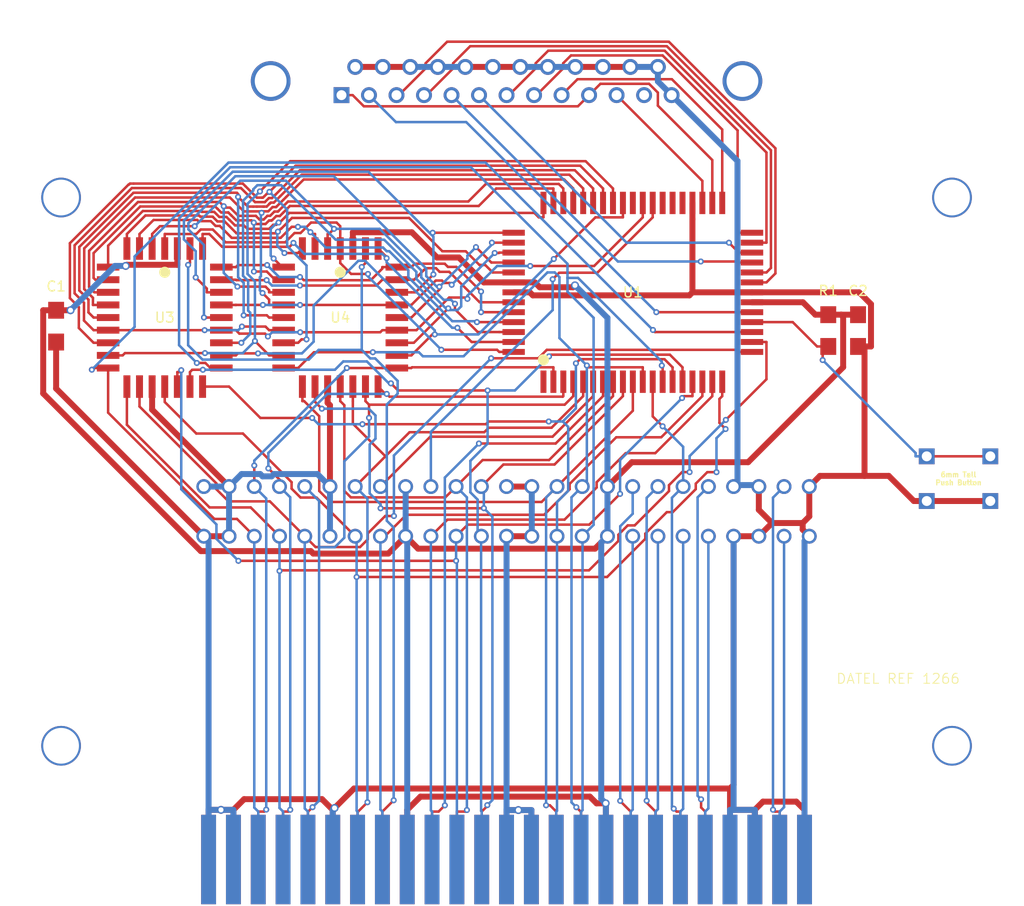
<source format=kicad_pcb>
(kicad_pcb (version 20241229) (generator "pcbnew") (generator_version "9.0")
  (layers (0 "F.Cu" signal) (2 "B.Cu" signal) (13 "F.Paste" user) (15 "B.Paste" user) (5 "F.SilkS" user "F.Silkscreen") (7 "B.SilkS" user "B.Silkscreen") (1 "F.Mask" user) (3 "B.Mask" user) (25 "Edge.Cuts" user))
  (net 0 "")
  (net 1 "/A18")
  (net 2 "/A16")
  (net 3 "/A15")
  (net 4 "/A5")
  (net 5 "/A3")
  (net 6 "/A2")
  (net 7 "/A4")
  (net 8 "/AD2")
  (net 9 "+3V3")
  (net 10 "/A1")
  (net 11 "/AD3")
  (net 12 "/A7")
  (net 13 "/A6")
  (net 14 "/AD0")
  (net 15 "/A0")
  (net 16 "/AD1")
  (net 17 "/A12")
  (net 18 "/AD4")
  (net 19 "/AD5")
  (net 20 "/AD6")
  (net 21 "/LAUDIO")
  (net 22 "/S_DAT")
  (net 23 "/CIC.11")
  (net 24 "/Video.Sync")
  (net 25 "/AD12")
  (net 26 "/AD10")
  (net 27 "/AD11")
  (net 28 "/AD13")
  (net 29 "/AD14")
  (net 30 "/AD15")
  (net 31 "/ALE_L")
  (net 32 "/ALE_H")
  (net 33 "/Button")
  (net 34 "/RAUDIO")
  (net 35 "GND")
  (net 36 "/AD7")
  (net 37 "/A9")
  (net 38 "/A8")
  (net 39 "/A10")
  (net 40 "/A11")
  (net 41 "/A13")
  (net 42 "/A14")
  (net 43 "/A17")
  (net 44 "/AD8")
  (net 45 "/AD9")
  (net 46 "/CIC.15")
  (net 47 "/CIC.14")
  (net 51 "/SST.~{OE}")
  (net 52 "/SST.~{CE}")
  (net 53 "/~{Write}.Sys")
  (net 56 "/D6.GS")
  (net 57 "/~{Cold.Reset}")
  (net 58 "/D2.GS")
  (net 59 "/D1.GS")
  (net 60 "/D3.GS")
  (net 61 "/D0.GS")
  (net 62 "/N64->PC.Ready")
  (net 63 "/~{Read}.Sys")
  (net 64 "/PC->N64.Ready")
  (net 65 "/D4.GS")
  (net 66 "/D7.GS")
  (net 67 "/~{Read}.Game")
  (net 68 "/D5.GS")
  (net 69 "+12V")
  (net 70 "/~{INT1}")
  (net 71 "/~{NMI}")
  (footprint "REF1256:10k Ohm Resistor" (layer "F.Cu") (at 180.913 84.565 90)
    (property "Reference" "R1")
    (property "Value" "10K Ohm")
  )
  (footprint "REF1256:Drill Holes" (layer "F.Cu") (at 148.523 98.77)
    (property "Reference" "Holes" (hide yes))
    (property "Value" "Drill Holes")
  )
  (footprint "REF1256:Cartridge Slot" (layer "F.Cu") (at 148.523 102.771)
    (property "Reference" "J2" (hide yes))
    (property "Value" "N64 Cartridge Slot")
  )
  (footprint "REF1256:100 nF Cap" (layer "F.Cu") (at 183.913 84.565 -90)
    (property "Reference" "C2")
    (property "Value" "100 nF")
  )
  (footprint "REF1256:100 nF Cap" (layer "F.Cu") (at 103.173 84.12 -90)
    (property "Reference" "C1")
    (property "Value" "100 nF")
  )
  (footprint "REF1256:PLCC32" (layer "F.Cu") (at 131.778 83.255)
    (property "Reference" "U4")
    (property "Value" "SST28LF040")
  )
  (footprint "REF1256:LZ9FC17 GAL" (layer "F.Cu") (at 161.238 80.715)
    (property "Reference" "U1")
    (property "Value" "LZ9FC17")
  )
  (footprint "REF1256:Bottom Edge Connector" (layer "F.Cu") (at 148.523 137.821)
    (property "Reference" "J3" (hide yes))
    (property "Value" "Edge Connector")
  )
  (footprint "REF1256:PLCC32" (layer "F.Cu") (at 114.108 83.255)
    (property "Reference" "U3")
    (property "Value" "SST28LF040")
  )
  (footprint "Connector_Dsub:DSUB-25_Socket_Vertical_P2.77x2.84mm_MountingHoles" (layer "F.Cu") (at 131.903 60.861 180)
    (property "Reference" "J1" (hide yes))
    (property "Value" "DB25_Male")
  )
  (footprint "REF1256:6mm Push Button" (layer "F.Cu") (at 194.028 99.476 90)
    (property "Reference" "SW1" (hide yes))
    (property "Value" "SW_Push")
  )
  (gr_line (start 180.898 142.521) (end 180.898 130.021) (stroke (width 0.002)) (layer "Edge.Cuts"))
  (gr_line (start 180.898 130.021) (end 199.523 130.021) (stroke (width 0.002)) (layer "Edge.Cuts"))
  (gr_line (start 180.898 142.521) (end 116.148 142.521) (stroke (width 0.002)) (layer "Edge.Cuts"))
  (gr_line (start 97.523 64.021) (end 115.773 53.521) (stroke (width 0.002)) (layer "Edge.Cuts"))
  (gr_line (start 97.523 64.021) (end 97.523 130.021) (stroke (width 0.002)) (layer "Edge.Cuts"))
  (gr_line (start 199.523 64.021) (end 199.523 130.021) (stroke (width 0.002)) (layer "Edge.Cuts"))
  (gr_line (start 116.148 130.018) (end 97.523 130.021) (stroke (width 0.002)) (layer "Edge.Cuts"))
  (gr_line (start 181.273 53.521) (end 199.523 64.021) (stroke (width 0.002)) (layer "Edge.Cuts"))
  (gr_line (start 115.773 53.521) (end 181.273 53.521) (stroke (width 0.002)) (layer "Edge.Cuts"))
  (gr_line (start 116.148 142.521) (end 116.148 130.018) (stroke (width 0.002)) (layer "Edge.Cuts"))
  (gr_text "DATEL REF 1266" (at 181.668 120.205 0) (layer "F.SilkS") (effects (font (size 1 1) (thickness 0.1)) (justify left bottom)))
  (gr_text "6mm Tall\nPush Button" (at 194.028 99.476 0) (layer "F.SilkS") (effects (font (size 0.5 0.5) (thickness 0.125))))
  (segment (start 127.781 74.7448) (end 127.1739 74.7448) (width 0.25) (layer "F.Cu") (net 1))
  (segment (start 128.8357 73.6901) (end 127.781 74.7448) (width 0.25) (layer "F.Cu") (net 1))
  (segment (start 131.778 74.8433) (end 131.7792 74.8421) (width 0.25) (layer "F.Cu") (net 1))
  (segment (start 114.108 76.305) (end 114.108 74.8433) (width 0.25) (layer "F.Cu") (net 1))
  (segment (start 131.7792 74.0621) (end 131.4072 73.6901) (width 0.25) (layer "F.Cu") (net 1))
  (segment (start 147.5688 86.4975) (end 141.9565 86.4975) (width 0.25) (layer "F.Cu") (net 1))
  (segment (start 117.2791 74.8433) (end 114.108 74.8433) (width 0.25) (layer "F.Cu") (net 1))
  (segment (start 131.4072 73.6901) (end 128.8357 73.6901) (width 0.25) (layer "F.Cu") (net 1))
  (segment (start 132.8746 78.8633) (end 134.5698 78.8633) (width 0.25) (layer "F.Cu") (net 1))
  (segment (start 131.778 77.7667) (end 132.8746 78.8633) (width 0.25) (layer "F.Cu") (net 1))
  (segment (start 131.7792 74.8421) (end 131.7792 74.0621) (width 0.25) (layer "F.Cu") (net 1))
  (segment (start 120.2402 75.6817) (end 118.9501 74.3916) (width 0.25) (layer "F.Cu") (net 1))
  (segment (start 147.7863 86.715) (end 147.5688 86.4975) (width 0.25) (layer "F.Cu") (net 1))
  (segment (start 118.9501 74.3916) (end 117.7308 74.3916) (width 0.25) (layer "F.Cu") (net 1))
  (segment (start 126.237 75.6817) (end 120.2402 75.6817) (width 0.25) (layer "F.Cu") (net 1))
  (segment (start 127.1739 74.7448) (end 126.237 75.6817) (width 0.25) (layer "F.Cu") (net 1))
  (segment (start 149.238 86.715) (end 147.7863 86.715) (width 0.25) (layer "F.Cu") (net 1))
  (segment (start 131.778 76.305) (end 131.778 74.8433) (width 0.25) (layer "F.Cu") (net 1))
  (segment (start 117.7308 74.3916) (end 117.2791 74.8433) (width 0.25) (layer "F.Cu") (net 1))
  (segment (start 131.778 76.305) (end 131.778 77.7667) (width 0.25) (layer "F.Cu") (net 1))
  (via (at 141.9565 86.4975) (size 0.6) (drill 0.3) (layers "F.Cu" "B.Cu") (net 1))
  (via (at 134.5698 78.8633) (size 0.6) (drill 0.3) (layers "F.Cu" "B.Cu") (net 1))
  (segment (start 134.5698 78.8633) (end 134.5698 79.1108) (width 0.25) (layer "B.Cu") (net 1))
  (segment (start 134.5698 79.1108) (end 141.9565 86.4975) (width 0.25) (layer "B.Cu") (net 1))
  (segment (start 112.838 74.8433) (end 113.6253 74.056) (width 0.25) (layer "F.Cu") (net 2))
  (segment (start 130.508 74.8433) (end 130.6309 74.8433) (width 0.25) (layer "F.Cu") (net 2))
  (segment (start 130.6309 74.8433) (end 131.1525 74.3217) (width 0.25) (layer "F.Cu") (net 2))
  (segment (start 130.508 76.305) (end 130.508 74.8433) (width 0.25) (layer "F.Cu") (net 2))
  (segment (start 147.7863 84.715) (end 145.6224 84.715) (width 0.25) (layer "F.Cu") (net 2))
  (segment (start 145.6224 84.715) (end 143.3287 82.4213) (width 0.25) (layer "F.Cu") (net 2))
  (segment (start 149.238 84.715) (end 147.7863 84.715) (width 0.25) (layer "F.Cu") (net 2))
  (segment (start 143.3287 82.4213) (end 143.3287 81.8655) (width 0.25) (layer "F.Cu") (net 2))
  (segment (start 113.6253 74.056) (end 117.1251 74.056) (width 0.25) (layer "F.Cu") (net 2))
  (segment (start 112.838 76.305) (end 112.838 74.8433) (width 0.25) (layer "F.Cu") (net 2))
  (via (at 117.1251 74.056) (size 0.6) (drill 0.3) (layers "F.Cu" "B.Cu") (net 2))
  (via (at 143.3287 81.8655) (size 0.6) (drill 0.3) (layers "F.Cu" "B.Cu") (net 2))
  (via (at 131.1525 74.3217) (size 0.6) (drill 0.3) (layers "F.Cu" "B.Cu") (net 2))
  (segment (start 143.3287 81.8655) (end 142.9322 81.469) (width 0.25) (layer "B.Cu") (net 2))
  (segment (start 131.1525 74.3217) (end 126.3055 69.4747) (width 0.25) (layer "B.Cu") (net 2))
  (segment (start 121.7064 69.4747) (end 117.1251 74.056) (width 0.25) (layer "B.Cu") (net 2))
  (segment (start 142.1895 81.469) (end 139.9359 79.2154) (width 0.25) (layer "B.Cu") (net 2))
  (segment (start 135.746 74.3217) (end 131.1525 74.3217) (width 0.25) (layer "B.Cu") (net 2))
  (segment (start 142.9322 81.469) (end 142.1895 81.469) (width 0.25) (layer "B.Cu") (net 2))
  (segment (start 139.9359 78.5116) (end 135.746 74.3217) (width 0.25) (layer "B.Cu") (net 2))
  (segment (start 139.9359 79.2154) (end 139.9359 78.5116) (width 0.25) (layer "B.Cu") (net 2))
  (segment (start 126.3055 69.4747) (end 121.7064 69.4747) (width 0.25) (layer "B.Cu") (net 2))
  (segment (start 128.959 74.8433) (end 128.775 74.6593) (width 0.25) (layer "F.Cu") (net 3))
  (segment (start 125.7793 75.23) (end 120.8512 75.23) (width 0.25) (layer "F.Cu") (net 3))
  (segment (start 112.982 73.4293) (end 111.568 74.8433) (width 0.25) (layer "F.Cu") (net 3))
  (segment (start 129.238 76.305) (end 129.238 74.8433) (width 0.25) (layer "F.Cu") (net 3))
  (segment (start 149.238 83.715) (end 145.5412 83.715) (width 0.25) (layer "F.Cu") (net 3))
  (segment (start 120.8512 75.23) (end 119.6514 74.0302) (width 0.25) (layer "F.Cu") (net 3))
  (segment (start 111.568 76.305) (end 111.568 74.8433) (width 0.25) (layer "F.Cu") (net 3))
  (segment (start 126.8912 74.1181) (end 125.7793 75.23) (width 0.25) (layer "F.Cu") (net 3))
  (segment (start 119.6514 74.0302) (end 119.2275 74.0302) (width 0.25) (layer "F.Cu") (net 3))
  (segment (start 129.238 74.8433) (end 128.959 74.8433) (width 0.25) (layer "F.Cu") (net 3))
  (segment (start 119.2275 74.0302) (end 118.7451 73.5478) (width 0.25) (layer "F.Cu") (net 3))
  (segment (start 127.5203 74.1181) (end 126.8912 74.1181) (width 0.25) (layer "F.Cu") (net 3))
  (segment (start 118.7451 73.5478) (end 117.5032 73.5478) (width 0.25) (layer "F.Cu") (net 3))
  (segment (start 117.3847 73.4293) (end 112.982 73.4293) (width 0.25) (layer "F.Cu") (net 3))
  (segment (start 117.5032 73.5478) (end 117.3847 73.4293) (width 0.25) (layer "F.Cu") (net 3))
  (via (at 128.775 74.6593) (size 0.6) (drill 0.3) (layers "F.Cu" "B.Cu") (net 3))
  (via (at 145.5412 83.715) (size 0.6) (drill 0.3) (layers "F.Cu" "B.Cu") (net 3))
  (via (at 127.5203 74.1181) (size 0.6) (drill 0.3) (layers "F.Cu" "B.Cu") (net 3))
  (segment (start 143.0627 83.6219) (end 138.6331 79.1923) (width 0.25) (layer "B.Cu") (net 3))
  (segment (start 136.0837 76.201) (end 130.3167 76.201) (width 0.25) (layer "B.Cu") (net 3))
  (segment (start 128.2338 74.1181) (end 128.775 74.6593) (width 0.25) (layer "B.Cu") (net 3))
  (segment (start 127.5203 74.1181) (end 128.2338 74.1181) (width 0.25) (layer "B.Cu") (net 3))
  (segment (start 130.3167 76.201) (end 128.775 74.6593) (width 0.25) (layer "B.Cu") (net 3))
  (segment (start 138.6331 78.4878) (end 136.7184 76.5731) (width 0.25) (layer "B.Cu") (net 3))
  (segment (start 138.6331 79.1923) (end 138.6331 78.4878) (width 0.25) (layer "B.Cu") (net 3))
  (segment (start 145.4481 83.6219) (end 143.0627 83.6219) (width 0.25) (layer "B.Cu") (net 3))
  (segment (start 136.7184 76.5731) (end 136.4558 76.5731) (width 0.25) (layer "B.Cu") (net 3))
  (segment (start 136.4558 76.5731) (end 136.0837 76.201) (width 0.25) (layer "B.Cu") (net 3))
  (segment (start 145.5412 83.715) (end 145.4481 83.6219) (width 0.25) (layer "B.Cu") (net 3))
  (segment (start 124.2549 80.1395) (end 121.4277 80.1395) (width 0.25) (layer "F.Cu") (net 4))
  (segment (start 119.6224 71.6225) (end 111.4082 71.6225) (width 0.25) (layer "F.Cu") (net 4))
  (segment (start 146.439 69.8054) (end 144.6738 71.5706) (width 0.25) (layer "F.Cu") (net 4))
  (segment (start 120.1851 72.1852) (end 120.0483 72.0484) (width 0.25) (layer "F.Cu") (net 4))
  (segment (start 154.238 70.2633) (end 153.7801 69.8054) (width 0.25) (layer "F.Cu") (net 4))
  (segment (start 154.238 71.715) (end 154.238 70.2633) (width 0.25) (layer "F.Cu") (net 4))
  (segment (start 120.6852 72.1852) (end 120.1851 72.1852) (width 0.25) (layer "F.Cu") (net 4))
  (segment (start 144.6738 71.5706) (end 126.51871 71.5706) (width 0.25) (layer "F.Cu") (net 4))
  (segment (start 125.51008 72.5822) (end 125.152 72.5822) (width 0.25) (layer "F.Cu") (net 4))
  (segment (start 124.0708 73.384) (end 123.646 73.384) (width 0.25) (layer "F.Cu") (net 4))
  (segment (start 107.029 80.715) (end 108.408 80.715) (width 0.25) (layer "F.Cu") (net 4))
  (segment (start 123.2788 73.0168) (end 121.5168 73.0168) (width 0.25) (layer "F.Cu") (net 4))
  (segment (start 126.078 80.715) (end 124.6163 80.715) (width 0.25) (layer "F.Cu") (net 4))
  (segment (start 121.5168 73.0168) (end 120.6852 72.1852) (width 0.25) (layer "F.Cu") (net 4))
  (segment (start 123.646 73.384) (end 123.2788 73.0168) (width 0.25) (layer "F.Cu") (net 4))
  (segment (start 153.7801 69.8054) (end 146.439 69.8054) (width 0.25) (layer "F.Cu") (net 4))
  (segment (start 126.51871 71.5706) (end 125.5733 72.51601) (width 0.25) (layer "F.Cu") (net 4))
  (segment (start 125.5733 72.51898) (end 125.51008 72.5822) (width 0.25) (layer "F.Cu") (net 4))
  (segment (start 120.0483 72.0484) (end 119.6224 71.6225) (width 0.25) (layer "F.Cu") (net 4))
  (segment (start 106.4946 76.5361) (end 106.4946 80.1806) (width 0.25) (layer "F.Cu") (net 4))
  (segment (start 124.4411 73.0137) (end 124.0708 73.384) (width 0.25) (layer "F.Cu") (net 4))
  (segment (start 125.152 72.5822) (end 124.7205 73.0137) (width 0.25) (layer "F.Cu") (net 4))
  (segment (start 124.6163 80.715) (end 124.6163 80.5009) (width 0.25) (layer "F.Cu") (net 4))
  (segment (start 124.6163 80.5009) (end 124.2549 80.1395) (width 0.25) (layer "F.Cu") (net 4))
  (segment (start 111.4082 71.6225) (end 106.4946 76.5361) (width 0.25) (layer "F.Cu") (net 4))
  (segment (start 124.7205 73.0137) (end 124.4411 73.0137) (width 0.25) (layer "F.Cu") (net 4))
  (segment (start 106.4946 80.1806) (end 107.029 80.715) (width 0.25) (layer "F.Cu") (net 4))
  (segment (start 125.5733 72.51601) (end 125.5733 72.51898) (width 0.25) (layer "F.Cu") (net 4))
  (via (at 120.0483 72.0484) (size 0.6) (drill 0.3) (layers "F.Cu" "B.Cu") (net 4))
  (via (at 121.4277 80.1395) (size 0.6) (drill 0.3) (layers "F.Cu" "B.Cu") (net 4))
  (segment (start 120.0483 78.7601) (end 121.4277 80.1395) (width 0.25) (layer "B.Cu") (net 4))
  (segment (start 120.0483 72.0484) (end 120.0483 78.7601) (width 0.25) (layer "B.Cu") (net 4))
  (segment (start 106.43 81.454) (end 106.43 82.7387) (width 0.25) (layer "F.Cu") (net 5))
  (segment (start 105.5081 76.1425) (end 105.5081 80.5321) (width 0.25) (layer "F.Cu") (net 5))
  (segment (start 124.706 71.75159) (end 124.64359 71.814) (width 0.25) (layer "F.Cu") (net 5))
  (segment (start 125.4646 71.311) (end 125.0968 71.6788) (width 0.25) (layer "F.Cu") (net 5))
  (segment (start 127.63891 69.13669) (end 125.72879 71.04681) (width 0.25) (layer "F.Cu") (net 5))
  (segment (start 124.1174 72.0826) (end 123.99939 72.0826) (width 0.25) (layer "F.Cu") (net 5))
  (segment (start 125.72879 71.04681) (end 125.4646 71.311) (width 0.25) (layer "F.Cu") (net 5))
  (segment (start 106.9463 83.255) (end 108.408 83.255) (width 0.25) (layer "F.Cu") (net 5))
  (segment (start 125.0968 71.6788) (end 124.7778 71.6788) (width 0.25) (layer "F.Cu") (net 5))
  (segment (start 121.495 70.8146) (end 121.3685 70.6881) (width 0.25) (layer "F.Cu") (net 5))
  (segment (start 124.706 71.7506) (end 124.706 71.75159) (width 0.25) (layer "F.Cu") (net 5))
  (segment (start 110.9625 70.6881) (end 105.5081 76.1425) (width 0.25) (layer "F.Cu") (net 5))
  (segment (start 124.64161 71.814) (end 124.6372 71.81841) (width 0.25) (layer "F.Cu") (net 5))
  (segment (start 106.43 82.7387) (end 106.9463 83.255) (width 0.25) (layer "F.Cu") (net 5))
  (segment (start 154.8472 68.8725) (end 128.01831 68.8725) (width 0.25) (layer "F.Cu") (net 5))
  (segment (start 124.6163 83.255) (end 124.3912 83.0299) (width 0.25) (layer "F.Cu") (net 5))
  (segment (start 156.238 71.715) (end 156.238 70.2633) (width 0.25) (layer "F.Cu") (net 5))
  (segment (start 105.5081 80.5321) (end 106.43 81.454) (width 0.25) (layer "F.Cu") (net 5))
  (segment (start 123.38531 72.0826) (end 123.01169 72.0826) (width 0.25) (layer "F.Cu") (net 5))
  (segment (start 128.01831 68.8725) (end 127.9031 68.8725) (width 0.25) (layer "F.Cu") (net 5))
  (segment (start 124.6372 71.81841) (end 124.37301 72.0826) (width 0.25) (layer "F.Cu") (net 5))
  (segment (start 127.9031 68.8725) (end 127.63891 69.13669) (width 0.25) (layer "F.Cu") (net 5))
  (segment (start 122.4708 72.0826) (end 121.495 71.1068) (width 0.25) (layer "F.Cu") (net 5))
  (segment (start 124.7778 71.6788) (end 124.706 71.7506) (width 0.25) (layer "F.Cu") (net 5))
  (segment (start 126.078 83.255) (end 124.6163 83.255) (width 0.25) (layer "F.Cu") (net 5))
  (segment (start 156.238 70.2633) (end 154.8472 68.8725) (width 0.25) (layer "F.Cu") (net 5))
  (segment (start 121.495 71.1068) (end 121.495 70.8146) (width 0.25) (layer "F.Cu") (net 5))
  (segment (start 123.01169 72.0826) (end 122.4708 72.0826) (width 0.25) (layer "F.Cu") (net 5))
  (segment (start 123.99939 72.0826) (end 123.38531 72.0826) (width 0.25) (layer "F.Cu") (net 5))
  (segment (start 124.37301 72.0826) (end 124.1174 72.0826) (width 0.25) (layer "F.Cu") (net 5))
  (segment (start 124.64359 71.814) (end 124.64161 71.814) (width 0.25) (layer "F.Cu") (net 5))
  (segment (start 121.3685 70.6881) (end 110.9625 70.6881) (width 0.25) (layer "F.Cu") (net 5))
  (segment (start 124.3912 83.0299) (end 122.0545 83.0299) (width 0.25) (layer "F.Cu") (net 5))
  (via (at 121.495 71.1068) (size 0.6) (drill 0.3) (layers "F.Cu" "B.Cu") (net 5))
  (via (at 122.0545 83.0299) (size 0.6) (drill 0.3) (layers "F.Cu" "B.Cu") (net 5))
  (segment (start 121.495 79.1955) (end 122.0545 79.755) (width 0.25) (layer "B.Cu") (net 5))
  (segment (start 122.0545 79.755) (end 122.0545 83.0299) (width 0.25) (layer "B.Cu") (net 5))
  (segment (start 121.495 71.1068) (end 121.495 79.1955) (width 0.25) (layer "B.Cu") (net 5))
  (segment (start 157.238 70.2633) (end 155.3941 68.4194) (width 0.25) (layer "F.Cu") (net 6))
  (segment (start 121.7822 70.2153) (end 110.7964 70.2153) (width 0.25) (layer "F.Cu") (net 6))
  (segment (start 157.238 71.715) (end 157.238 70.2633) (width 0.25) (layer "F.Cu") (net 6))
  (segment (start 110.7964 70.2153) (end 105.034 75.9777) (width 0.25) (layer "F.Cu") (net 6))
  (segment (start 124.6163 84.525) (end 124.2539 84.1626) (width 0.25) (layer "F.Cu") (net 6))
  (segment (start 124.2539 84.1626) (end 121.879 84.1626) (width 0.25) (layer "F.Cu") (net 6))
  (segment (start 123.1985 71.6316) (end 121.7822 70.2153) (width 0.25) (layer "F.Cu") (net 6))
  (segment (start 124.9097 71.2271) (end 124.5907 71.2271) (width 0.25) (layer "F.Cu") (net 6))
  (segment (start 127.4521 68.68569) (end 125.27779 70.86) (width 0.25) (layer "F.Cu") (net 6))
  (segment (start 126.078 84.525) (end 124.6163 84.525) (width 0.25) (layer "F.Cu") (net 6))
  (segment (start 125.27779 70.86) (end 125.2768 70.86) (width 0.25) (layer "F.Cu") (net 6))
  (segment (start 108.408 84.525) (end 118.1236 84.525) (width 0.25) (layer "F.Cu") (net 6))
  (segment (start 105.034 80.8179) (end 105.9776 81.7615) (width 0.25) (layer "F.Cu") (net 6))
  (segment (start 105.034 75.9777) (end 105.034 80.8179) (width 0.25) (layer "F.Cu") (net 6))
  (segment (start 125.2768 70.86) (end 124.9097 71.2271) (width 0.25) (layer "F.Cu") (net 6))
  (segment (start 105.9776 83.5563) (end 106.9463 84.525) (width 0.25) (layer "F.Cu") (net 6))
  (segment (start 105.9776 81.7615) (end 105.9776 83.5563) (width 0.25) (layer "F.Cu") (net 6))
  (segment (start 155.3941 68.4194) (end 127.8336 68.4194) (width 0.25) (layer "F.Cu") (net 6))
  (segment (start 127.8315 68.4215) (end 127.71629 68.4215) (width 0.25) (layer "F.Cu") (net 6))
  (segment (start 127.8336 68.4194) (end 127.8315 68.4215) (width 0.25) (layer "F.Cu") (net 6))
  (segment (start 106.9463 84.525) (end 108.408 84.525) (width 0.25) (layer "F.Cu") (net 6))
  (segment (start 124.1862 71.6316) (end 123.1985 71.6316) (width 0.25) (layer "F.Cu") (net 6))
  (segment (start 124.5907 71.2271) (end 124.1862 71.6316) (width 0.25) (layer "F.Cu") (net 6))
  (segment (start 127.71629 68.4215) (end 127.4521 68.68569) (width 0.25) (layer "F.Cu") (net 6))
  (via (at 121.879 84.1626) (size 0.6) (drill 0.3) (layers "F.Cu" "B.Cu") (net 6))
  (via (at 118.1236 84.525) (size 0.6) (drill 0.3) (layers "F.Cu" "B.Cu") (net 6))
  (segment (start 121.5166 84.525) (end 121.879 84.1626) (width 0.25) (layer "B.Cu") (net 6))
  (segment (start 118.1236 84.525) (end 121.5166 84.525) (width 0.25) (layer "B.Cu") (net 6))
  (segment (start 124.5334 72.562) (end 123.8786 72.562) (width 0.25) (layer "F.Cu") (net 7))
  (segment (start 106.0021 76.2884) (end 106.0021 80.38829) (width 0.25) (layer "F.Cu") (net 7))
  (segment (start 124.6163 81.4479) (end 123.9576 80.7892) (width 0.25) (layer "F.Cu") (net 7))
  (segment (start 123.8786 72.562) (end 123.8584 72.5822) (width 0.25) (layer "F.Cu") (net 7))
  (segment (start 125.321 72.1305) (end 124.9649 72.1305) (width 0.25) (layer "F.Cu") (net 7))
  (segment (start 123.8584 72.5822) (end 123.8584 72.71) (width 0.25) (layer "F.Cu") (net 7))
  (segment (start 126.3319 71.1196) (end 126.06771 71.38379) (width 0.25) (layer "F.Cu") (net 7))
  (segment (start 106.0021 80.38829) (end 106.881 81.26719) (width 0.25) (layer "F.Cu") (net 7))
  (segment (start 124.6163 81.985) (end 124.6163 81.4479) (width 0.25) (layer "F.Cu") (net 7))
  (segment (start 128.0978 69.3537) (end 126.3319 71.1196) (width 0.25) (layer "F.Cu") (net 7))
  (segment (start 126.06771 71.38379) (end 125.6501 71.8014) (width 0.25) (layer "F.Cu") (net 7))
  (segment (start 155.238 70.2633) (end 154.3284 69.3537) (width 0.25) (layer "F.Cu") (net 7))
  (segment (start 154.3284 69.3537) (end 128.0978 69.3537) (width 0.25) (layer "F.Cu") (net 7))
  (segment (start 126.078 81.985) (end 124.6163 81.985) (width 0.25) (layer "F.Cu") (net 7))
  (segment (start 123.8584 72.5822) (end 123.8413 72.5651) (width 0.25) (layer "F.Cu") (net 7))
  (segment (start 106.881 81.985) (end 108.408 81.985) (width 0.25) (layer "F.Cu") (net 7))
  (segment (start 123.8413 72.5651) (end 122.0671 72.5651) (width 0.25) (layer "F.Cu") (net 7))
  (segment (start 155.238 71.715) (end 155.238 70.2633) (width 0.25) (layer "F.Cu") (net 7))
  (segment (start 125.38649 72.06501) (end 125.321 72.1305) (width 0.25) (layer "F.Cu") (net 7))
  (segment (start 120.6707 71.1687) (end 111.1218 71.1687) (width 0.25) (layer "F.Cu") (net 7))
  (segment (start 124.9649 72.1305) (end 124.5334 72.562) (width 0.25) (layer "F.Cu") (net 7))
  (segment (start 125.6501 71.8014) (end 125.38649 72.06501) (width 0.25) (layer "F.Cu") (net 7))
  (segment (start 122.0671 72.5651) (end 120.6707 71.1687) (width 0.25) (layer "F.Cu") (net 7))
  (segment (start 111.1218 71.1687) (end 106.0021 76.2884) (width 0.25) (layer "F.Cu") (net 7))
  (segment (start 106.881 81.26719) (end 106.881 81.985) (width 0.25) (layer "F.Cu") (net 7))
  (via (at 123.9576 80.7892) (size 0.6) (drill 0.3) (layers "F.Cu" "B.Cu") (net 7))
  (via (at 123.8584 72.71) (size 0.6) (drill 0.3) (layers "F.Cu" "B.Cu") (net 7))
  (segment (start 123.8584 72.71) (end 123.7911 72.7773) (width 0.25) (layer "B.Cu") (net 7))
  (segment (start 123.7911 79.0965) (end 123.6877 79.1999) (width 0.25) (layer "B.Cu") (net 7))
  (segment (start 123.6877 79.1999) (end 123.6877 80.5193) (width 0.25) (layer "B.Cu") (net 7))
  (segment (start 123.7911 72.7773) (end 123.7911 79.0965) (width 0.25) (layer "B.Cu") (net 7))
  (segment (start 123.6877 80.5193) (end 123.9576 80.7892) (width 0.25) (layer "B.Cu") (net 7))
  (segment (start 128.2051 105.271) (end 128.203 105.271) (width 0.25) (layer "F.Cu") (net 8))
  (segment (start 133.7767 106.3587) (end 129.2928 106.3587) (width 0.25) (layer "F.Cu") (net 8))
  (segment (start 152.572 86.5044) (end 151.7225 87.3539) (width 0.25) (layer "F.Cu") (net 8))
  (segment (start 120.5279 101.7622) (end 119.313 100.5473) (width 0.25) (layer "F.Cu") (net 8))
  (segment (start 151.7225 87.354) (end 146.9719 87.354) (width 0.25) (layer "F.Cu") (net 8))
  (segment (start 171.5757 86.5044) (end 152.572 86.5044) (width 0.25) (layer "F.Cu") (net 8))
  (segment (start 119.313 100.5473) (end 119.313 99.956) (width 0.25) (layer "F.Cu") (net 8))
  (segment (start 134.553 105.5824) (end 133.7767 106.3587) (width 0.25) (layer "F.Cu") (net 8))
  (segment (start 111.568 92.211) (end 111.568 90.205) (width 0.25) (layer "F.Cu") (net 8))
  (segment (start 171.7863 86.715) (end 171.5757 86.5044) (width 0.25) (layer "F.Cu") (net 8))
  (segment (start 129.2928 106.3587) (end 128.2051 105.271) (width 0.25) (layer "F.Cu") (net 8))
  (segment (start 137.1828 103.2358) (end 136.3056 103.2358) (width 0.25) (layer "F.Cu") (net 8))
  (segment (start 136.3056 103.2358) (end 134.553 104.9884) (width 0.25) (layer "F.Cu") (net 8))
  (segment (start 128.203 105.271) (end 124.6942 101.7622) (width 0.25) (layer "F.Cu") (net 8))
  (segment (start 124.6942 101.7622) (end 120.5279 101.7622) (width 0.25) (layer "F.Cu") (net 8))
  (segment (start 119.313 99.956) (end 111.568 92.211) (width 0.25) (layer "F.Cu") (net 8))
  (segment (start 134.553 104.9884) (end 134.553 105.5824) (width 0.25) (layer "F.Cu") (net 8))
  (segment (start 151.7225 87.3539) (end 151.7225 87.354) (width 0.25) (layer "F.Cu") (net 8))
  (segment (start 173.238 86.715) (end 171.7863 86.715) (width 0.25) (layer "F.Cu") (net 8))
  (via (at 146.9719 87.354) (size 0.6) (drill 0.3) (layers "F.Cu" "B.Cu") (net 8))
  (via (at 137.1828 103.2358) (size 0.6) (drill 0.3) (layers "F.Cu" "B.Cu") (net 8))
  (segment (start 137.1828 103.2358) (end 137.1828 97.1431) (width 0.25) (layer "B.Cu") (net 8))
  (segment (start 128.523 137.821) (end 128.523 132.9943) (width 0.25) (layer "B.Cu") (net 8))
  (segment (start 128.203 105.271) (end 128.203 132.6743) (width 0.25) (layer "B.Cu") (net 8))
  (segment (start 128.203 132.6743) (end 128.523 132.9943) (width 0.25) (layer "B.Cu") (net 8))
  (segment (start 137.1828 97.1431) (end 146.9719 87.354) (width 0.25) (layer "B.Cu") (net 8))
  (segment (start 182.413 88.251) (end 182.413 83.1633) (width 0.6) (layer "F.Cu") (net 9))
  (segment (start 146.232 79.715) (end 143.7225 77.2055) (width 0.6) (layer "F.Cu") (net 9))
  (segment (start 115.378 76.305) (end 115.378 77.9417) (width 0.6) (layer "F.Cu") (net 9))
  (segment (start 181.5639 82.965) (end 182.2147 82.965) (width 0.6) (layer "F.Cu") (net 9))
  (segment (start 151.8605 80.2029) (end 155.2201 80.2029) (width 0.6) (layer "F.Cu") (net 9))
  (segment (start 101.8713 90.8964) (end 101.8713 82.52) (width 0.6) (layer "F.Cu") (net 9))
  (segment (start 182.2147 82.965) (end 183.913 82.965) (width 0.6) (layer "F.Cu") (net 9))
  (segment (start 133.048 74.6683) (end 133.048 76.305) (width 0.6) (layer "F.Cu") (net 9))
  (segment (start 138.523 132.8193) (end 138.523 137.821) (width 0.6) (layer "F.Cu") (net 9))
  (segment (start 179.6113 82.965) (end 178.3613 81.715) (width 0.6) (layer "F.Cu") (net 9))
  (segment (start 138.9883 74.6683) (end 133.048 74.6683) (width 0.6) (layer "F.Cu") (net 9))
  (segment (start 182.413 83.1633) (end 182.2147 82.965) (width 0.6) (layer "F.Cu") (net 9))
  (segment (start 161.136 97.818) (end 172.846 97.818) (width 0.6) (layer "F.Cu") (net 9))
  (segment (start 149.238 79.715) (end 151.3726 79.715) (width 0.6) (layer "F.Cu") (net 9))
  (segment (start 172.846 97.818) (end 182.413 88.251) (width 0.6) (layer "F.Cu") (net 9))
  (segment (start 157.584 132.163) (end 156.9128 131.4918) (width 0.6) (layer "F.Cu") (net 9))
  (segment (start 103.173 82.52) (end 101.8713 82.52) (width 0.6) (layer "F.Cu") (net 9))
  (segment (start 103.173 82.52) (end 104.4747 82.52) (width 0.6) (layer "F.Cu") (net 9))
  (segment (start 151.3726 79.715) (end 151.8605 80.2029) (width 0.6) (layer "F.Cu") (net 9))
  (segment (start 158.501 132.163) (end 158.523 132.185) (width 0.6) (layer "F.Cu") (net 9))
  (segment (start 178.3613 81.715) (end 173.238 81.715) (width 0.6) (layer "F.Cu") (net 9))
  (segment (start 157.4303 106.5237) (end 158.683 105.271) (width 0.6) (layer "F.Cu") (net 9))
  (segment (start 158.523 132.185) (end 158.523 137.821) (width 0.6) (layer "F.Cu") (net 9))
  (segment (start 117.7455 106.7706) (end 101.8713 90.8964) (width 0.6) (layer "F.Cu") (net 9))
  (segment (start 129.0678 107.02) (end 128.8184 106.7706) (width 0.6) (layer "F.Cu") (net 9))
  (segment (start 156.9128 131.4918) (end 139.8505 131.4918) (width 0.6) (layer "F.Cu") (net 9))
  (segment (start 138.363 105.271) (end 136.614 107.02) (width 0.6) (layer "F.Cu") (net 9))
  (segment (start 143.7225 77.2055) (end 141.5255 77.2055) (width 0.6) (layer "F.Cu") (net 9))
  (segment (start 128.8184 106.7706) (end 117.7455 106.7706) (width 0.6) (layer "F.Cu") (net 9))
  (segment (start 104.4747 82.52) (end 104.6239 82.52) (width 0.6) (layer "F.Cu") (net 9))
  (segment (start 139.6157 106.5237) (end 157.4303 106.5237) (width 0.6) (layer "F.Cu") (net 9))
  (segment (start 180.913 82.965) (end 181.5639 82.965) (width 0.6) (layer "F.Cu") (net 9))
  (segment (start 155.2201 80.2029) (end 155.4098 80.0132) (width 0.6) (layer "F.Cu") (net 9))
  (segment (start 149.238 79.715) (end 146.232 79.715) (width 0.6) (layer "F.Cu") (net 9))
  (segment (start 136.614 107.02) (end 129.0678 107.02) (width 0.6) (layer "F.Cu") (net 9))
  (segment (start 158.683 100.271) (end 161.136 97.818) (width 0.6) (layer "F.Cu") (net 9))
  (segment (start 138.363 105.271) (end 139.6157 106.5237) (width 0.6) (layer "F.Cu") (net 9))
  (segment (start 141.5255 77.2055) (end 138.9883 74.6683) (width 0.6) (layer "F.Cu") (net 9))
  (segment (start 158.501 132.163) (end 157.584 132.163) (width 0.6) (layer "F.Cu") (net 9))
  (segment (start 180.913 82.965) (end 179.6113 82.965) (width 0.6) (layer "F.Cu") (net 9))
  (segment (start 110.2918 77.9417) (end 110.1779 78.0556) (width 0.6) (layer "F.Cu") (net 9))
  (segment (start 139.8505 131.4918) (end 138.523 132.8193) (width 0.6) (layer "F.Cu") (net 9))
  (segment (start 115.378 77.9417) (end 110.2918 77.9417) (width 0.6) (layer "F.Cu") (net 9))
  (via (at 158.501 132.163) (size 0.8) (drill 0.5) (layers "F.Cu" "B.Cu") (net 9))
  (via (at 155.4098 80.0132) (size 0.8) (drill 0.5) (layers "F.Cu" "B.Cu") (net 9))
  (via (at 104.6239 82.52) (size 0.8) (drill 0.5) (layers "F.Cu" "B.Cu") (net 9))
  (via (at 110.1779 78.0556) (size 0.8) (drill 0.5) (layers "F.Cu" "B.Cu") (net 9))
  (segment (start 109.0883 78.0556) (end 104.6239 82.52) (width 0.6) (layer "B.Cu") (net 9))
  (segment (start 158.501 132.163) (end 158.523 132.185) (width 0.6) (layer "B.Cu") (net 9))
  (segment (start 158.683 83.2864) (end 155.4098 80.0132) (width 0.6) (layer "B.Cu") (net 9))
  (segment (start 158.0566 105.8974) (end 158.683 105.271) (width 0.6) (layer "B.Cu") (net 9))
  (segment (start 138.523 105.431) (end 138.363 105.271) (width 0.6) (layer "B.Cu") (net 9))
  (segment (start 158.0566 131.7186) (end 158.0566 105.8974) (width 0.6) (layer "B.Cu") (net 9))
  (segment (start 158.683 100.271) (end 158.683 83.2864) (width 0.6) (layer "B.Cu") (net 9))
  (segment (start 158.683 100.271) (end 158.683 105.271) (width 0.6) (layer "B.Cu") (net 9))
  (segment (start 138.523 137.821) (end 138.523 105.431) (width 0.6) (layer "B.Cu") (net 9))
  (segment (start 158.523 132.185) (end 158.523 137.821) (width 0.6) (layer "B.Cu") (net 9))
  (segment (start 138.363 105.271) (end 138.363 100.271) (width 0.6) (layer "B.Cu") (net 9))
  (segment (start 158.501 132.163) (end 158.0566 131.7186) (width 0.6) (layer "B.Cu") (net 9))
  (segment (start 110.1779 78.0556) (end 109.0883 78.0556) (width 0.6) (layer "B.Cu") (net 9))
  (segment (start 122.2332 70.02849) (end 121.96901 69.7643) (width 0.25) (layer "F.Cu") (net 10))
  (segment (start 110.98321 69.7643) (end 110.60959 69.7643) (width 0.25) (layer "F.Cu") (net 10))
  (segment (start 124.00089 71.1791) (end 123.8836 71.1791) (width 0.25) (layer "F.Cu") (net 10))
  (segment (start 121.96901 69.7643) (end 121.59539 69.7643) (width 0.25) (layer "F.Cu") (net 10))
  (segment (start 124.1397 71.04029) (end 124.00089 71.1791) (width 0.25) (layer "F.Cu") (net 10))
  (segment (start 123.8828 71.1799) (end 123.3856 71.1799) (width 0.25) (layer "F.Cu") (net 10))
  (segment (start 127.8816 85.4531) (end 128.382 85.4531) (width 0.25) (layer "F.Cu") (net 10))
  (segment (start 123.8836 71.1791) (end 123.8828 71.1799) (width 0.25) (layer "F.Cu") (net 10))
  (segment (start 104.5598 75.7678) (end 104.5598 81.3006) (width 0.25) (layer "F.Cu") (net 10))
  (segment (start 105.4605 84.3092) (end 106.9463 85.795) (width 0.25) (layer "F.Cu") (net 10))
  (segment (start 127.2844 67.9661) (end 124.6501 70.6004) (width 0.25) (layer "F.Cu") (net 10))
  (segment (start 105.4605 82.2013) (end 105.4605 84.3092) (width 0.25) (layer "F.Cu") (net 10))
  (segment (start 121.59539 69.7643) (end 110.98321 69.7643) (width 0.25) (layer "F.Cu") (net 10))
  (segment (start 123.06461 70.8599) (end 122.2332 70.02849) (width 0.25) (layer "F.Cu") (net 10))
  (segment (start 158.238 70.2633) (end 155.9408 67.9661) (width 0.25) (layer "F.Cu") (net 10))
  (segment (start 104.5598 81.3006) (end 105.4605 82.2013) (width 0.25) (layer "F.Cu") (net 10))
  (segment (start 124.4744 70.7761) (end 124.40389 70.7761) (width 0.25) (layer "F.Cu") (net 10))
  (segment (start 126.078 85.795) (end 127.5397 85.795) (width 0.25) (layer "F.Cu") (net 10))
  (segment (start 158.238 71.715) (end 158.238 70.2633) (width 0.25) (layer "F.Cu") (net 10))
  (segment (start 124.6501 70.6004) (end 124.4744 70.7761) (width 0.25) (layer "F.Cu") (net 10))
  (segment (start 123.3856 71.1799) (end 123.0656 70.8599) (width 0.25) (layer "F.Cu") (net 10))
  (segment (start 127.5397 85.795) (end 127.8816 85.4531) (width 0.25) (layer "F.Cu") (net 10))
  (segment (start 110.4706 69.857) (end 104.5598 75.7678) (width 0.25) (layer "F.Cu") (net 10))
  (segment (start 124.40389 70.7761) (end 124.1397 71.04029) (width 0.25) (layer "F.Cu") (net 10))
  (segment (start 106.9463 85.795) (end 108.408 85.795) (width 0.25) (layer "F.Cu") (net 10))
  (segment (start 110.51689 69.857) (end 110.4706 69.857) (width 0.25) (layer "F.Cu") (net 10))
  (segment (start 155.9408 67.9661) (end 127.2844 67.9661) (width 0.25) (layer "F.Cu") (net 10))
  (segment (start 110.60959 69.7643) (end 110.51689 69.857) (width 0.25) (layer "F.Cu") (net 10))
  (segment (start 123.0656 70.8599) (end 123.06461 70.8599) (width 0.25) (layer "F.Cu") (net 10))
  (via (at 124.6501 70.6004) (size 0.6) (drill 0.3) (layers "F.Cu" "B.Cu") (net 10))
  (via (at 128.382 85.4531) (size 0.6) (drill 0.3) (layers "F.Cu" "B.Cu") (net 10))
  (segment (start 128.382 85.4531) (end 128.382 78.0109) (width 0.25) (layer "B.Cu") (net 10))
  (segment (start 126.4334 76.0623) (end 126.4334 72.3837) (width 0.25) (layer "B.Cu") (net 10))
  (segment (start 126.4334 72.3837) (end 124.6501 70.6004) (width 0.25) (layer "B.Cu") (net 10))
  (segment (start 128.382 78.0109) (end 126.4334 76.0623) (width 0.25) (layer "B.Cu") (net 10))
  (segment (start 162.493 105.0102) (end 162.493 105.5297) (width 0.25) (layer "F.Cu") (net 11))
  (segment (start 169.6589 98.8202) (end 168.7326 98.8202) (width 0.25) (layer "F.Cu") (net 11))
  (segment (start 114.108 91.756) (end 114.108 90.205) (width 0.25) (layer "F.Cu") (net 11))
  (segment (start 167.573 99.9798) (end 167.573 100.5292) (width 0.25) (layer "F.Cu") (net 11))
  (segment (start 126.8799 100.4784) (end 126.8799 99.8288) (width 0.25) (layer "F.Cu") (net 11))
  (segment (start 170.238 89.715) (end 170.238 91.1667) (width 0.25) (layer "F.Cu") (net 11))
  (segment (start 164.657 102.8462) (end 162.493 105.0102) (width 0.25) (layer "F.Cu") (net 11))
  (segment (start 126.8799 99.8288) (end 121.9831 94.932) (width 0.25) (layer "F.Cu") (net 11))
  (segment (start 133.283 105.271) (end 129.389 101.377) (width 0.25) (layer "F.Cu") (net 11))
  (segment (start 127.7785 101.377) (end 126.8799 100.4784) (width 0.25) (layer "F.Cu") (net 11))
  (segment (start 117.284 94.932) (end 114.108 91.756) (width 0.25) (layer "F.Cu") (net 11))
  (segment (start 169.9569 91.4478) (end 169.9569 93.8614) (width 0.25) (layer "F.Cu") (net 11))
  (segment (start 170.238 91.1667) (end 169.9569 91.4478) (width 0.25) (layer "F.Cu") (net 11))
  (segment (start 165.256 102.8462) (end 164.657 102.8462) (width 0.25) (layer "F.Cu") (net 11))
  (segment (start 121.9831 94.932) (end 117.284 94.932) (width 0.25) (layer "F.Cu") (net 11))
  (segment (start 129.389 101.377) (end 127.7785 101.377) (width 0.25) (layer "F.Cu") (net 11))
  (segment (start 162.493 105.5297) (end 158.6489 109.3738) (width 0.25) (layer "F.Cu") (net 11))
  (segment (start 168.7326 98.8202) (end 167.573 99.9798) (width 0.25) (layer "F.Cu") (net 11))
  (segment (start 169.9569 93.8614) (end 170.5744 94.4789) (width 0.25) (layer "F.Cu") (net 11))
  (segment (start 158.6489 109.3738) (end 133.4268 109.3738) (width 0.25) (layer "F.Cu") (net 11))
  (segment (start 167.573 100.5292) (end 165.256 102.8462) (width 0.25) (layer "F.Cu") (net 11))
  (via (at 133.4268 109.3738) (size 0.6) (drill 0.3) (layers "F.Cu" "B.Cu") (net 11))
  (via (at 169.6589 98.8202) (size 0.6) (drill 0.3) (layers "F.Cu" "B.Cu") (net 11))
  (via (at 170.5744 94.4789) (size 0.6) (drill 0.3) (layers "F.Cu" "B.Cu") (net 11))
  (segment (start 133.4268 105.4148) (end 133.283 105.271) (width 0.25) (layer "B.Cu") (net 11))
  (segment (start 170.5744 94.4789) (end 169.6589 95.3944) (width 0.25) (layer "B.Cu") (net 11))
  (segment (start 133.4268 109.3738) (end 133.4268 132.8981) (width 0.25) (layer "B.Cu") (net 11))
  (segment (start 169.6589 95.3944) (end 169.6589 98.8202) (width 0.25) (layer "B.Cu") (net 11))
  (segment (start 133.4268 132.8981) (end 133.523 132.9943) (width 0.25) (layer "B.Cu") (net 11))
  (segment (start 133.523 137.821) (end 133.523 132.9943) (width 0.25) (layer "B.Cu") (net 11))
  (segment (start 133.4268 109.3738) (end 133.4268 105.4148) (width 0.25) (layer "B.Cu") (net 11))
  (segment (start 124.6214 74.3216) (end 122.4222 74.3216) (width 0.25) (layer "F.Cu") (net 12))
  (segment (start 122.4222 74.3216) (end 122.0796 73.979) (width 0.25) (layer "F.Cu") (net 12))
  (segment (start 120.61781 73.42) (end 120.32531 73.1275) (width 0.25) (layer "F.Cu") (net 12))
  (segment (start 125.68 73.6879) (end 126.6475 72.7204) (width 0.25) (layer "F.Cu") (net 12))
  (segment (start 125.02451 73.9366) (end 125.0064 73.9366) (width 0.25) (layer "F.Cu") (net 12))
  (segment (start 125.5717 73.6879) (end 125.3425 73.9171) (width 0.25) (layer "F.Cu") (net 12))
  (segment (start 111.9025 72.5259) (end 108.408 76.0204) (width 0.25) (layer "F.Cu") (net 12))
  (segment (start 152.238 73.1667) (end 152.238 71.715) (width 0.25) (layer "F.Cu") (net 12))
  (segment (start 117.7589 72.5259) (end 111.9025 72.5259) (width 0.25) (layer "F.Cu") (net 12))
  (segment (start 119.089 72.6141) (end 117.8471 72.6141) (width 0.25) (layer "F.Cu") (net 12))
  (segment (start 125.0724 77.316) (end 125.9314 78.175) (width 0.25) (layer "F.Cu") (net 12))
  (segment (start 108.408 76.0204) (end 108.408 78.175) (width 0.25) (layer "F.Cu") (net 12))
  (segment (start 125.3425 73.9171) (end 125.04401 73.9171) (width 0.25) (layer "F.Cu") (net 12))
  (segment (start 119.6024 73.1275) (end 119.089 72.6141) (width 0.25) (layer "F.Cu") (net 12))
  (segment (start 125.04401 73.9171) (end 125.02451 73.9366) (width 0.25) (layer "F.Cu") (net 12))
  (segment (start 126.6475 72.7204) (end 151.3217 72.7204) (width 0.25) (layer "F.Cu") (net 12))
  (segment (start 151.768 73.1667) (end 152.238 73.1667) (width 0.25) (layer "F.Cu") (net 12))
  (segment (start 120.32531 73.1275) (end 119.6024 73.1275) (width 0.25) (layer "F.Cu") (net 12))
  (segment (start 117.8471 72.6141) (end 117.7589 72.5259) (width 0.25) (layer "F.Cu") (net 12))
  (segment (start 122.0796 73.979) (end 121.1847 73.979) (width 0.25) (layer "F.Cu") (net 12))
  (segment (start 125.0064 73.9366) (end 124.6214 74.3216) (width 0.25) (layer "F.Cu") (net 12))
  (segment (start 125.9314 78.175) (end 126.078 78.175) (width 0.25) (layer "F.Cu") (net 12))
  (segment (start 151.3217 72.7204) (end 151.768 73.1667) (width 0.25) (layer "F.Cu") (net 12))
  (segment (start 120.6257 73.42) (end 120.61781 73.42) (width 0.25) (layer "F.Cu") (net 12))
  (segment (start 125.5717 73.6879) (end 125.68 73.6879) (width 0.25) (layer "F.Cu") (net 12))
  (segment (start 121.1847 73.979) (end 120.6257 73.42) (width 0.25) (layer "F.Cu") (net 12))
  (via (at 125.0724 77.316) (size 0.6) (drill 0.3) (layers "F.Cu" "B.Cu") (net 12))
  (via (at 125.5717 73.6879) (size 0.6) (drill 0.3) (layers "F.Cu" "B.Cu") (net 12))
  (segment (start 124.7764 74.3345) (end 124.7764 77.02) (width 0.25) (layer "B.Cu") (net 12))
  (segment (start 124.7764 77.02) (end 125.0724 77.316) (width 0.25) (layer "B.Cu") (net 12))
  (segment (start 125.5717 73.6879) (end 125.423 73.6879) (width 0.25) (layer "B.Cu") (net 12))
  (segment (start 125.423 73.6879) (end 124.7764 74.3345) (width 0.25) (layer "B.Cu") (net 12))
  (segment (start 120.81251 72.969) (end 121.0767 73.23319) (width 0.25) (layer "F.Cu") (net 13))
  (segment (start 120.5015 72.6765) (end 120.51212 72.6765) (width 0.25) (layer "F.Cu") (net 13))
  (segment (start 124.8572 73.4661) (end 124.8377 73.4856) (width 0.25) (layer "F.Cu") (net 13))
  (segment (start 119.4216 72.3079) (end 119.7888 72.6751) (width 0.25) (layer "F.Cu") (net 13))
  (segment (start 121.0767 73.23319) (end 121.31201 73.4685) (width 0.25) (layer "F.Cu") (net 13))
  (segment (start 126.7068 72.0223) (end 126.0243 72.7048) (width 0.25) (layer "F.Cu") (net 13))
  (segment (start 125.69619 73.0339) (end 125.3391 73.0339) (width 0.25) (layer "F.Cu") (net 13))
  (segment (start 125.209 79.445) (end 124.3858 78.6218) (width 0.25) (layer "F.Cu") (net 13))
  (segment (start 147.4772 70.2633) (end 145.7182 72.0223) (width 0.25) (layer "F.Cu") (net 13))
  (segment (start 126.0243 72.70579) (end 125.69619 73.0339) (width 0.25) (layer "F.Cu") (net 13))
  (segment (start 119.7888 72.6751) (end 120.5001 72.6751) (width 0.25) (layer "F.Cu") (net 13))
  (segment (start 106.9463 79.2703) (end 106.9463 76.7653) (width 0.25) (layer "F.Cu") (net 13))
  (segment (start 106.9463 76.7653) (end 111.6374 72.0742) (width 0.25) (layer "F.Cu") (net 13))
  (segment (start 119.188 72.0742) (end 119.4216 72.3078) (width 0.25) (layer "F.Cu") (net 13))
  (segment (start 120.80462 72.969) (end 120.81251 72.969) (width 0.25) (layer "F.Cu") (net 13))
  (segment (start 124.9076 73.4654) (end 124.8579 73.4654) (width 0.25) (layer "F.Cu") (net 13))
  (segment (start 124.81959 73.4856) (end 124.608 73.4856) (width 0.25) (layer "F.Cu") (net 13))
  (segment (start 153.238 70.2633) (end 147.4772 70.2633) (width 0.25) (layer "F.Cu") (net 13))
  (segment (start 120.5001 72.6751) (end 120.5015 72.6765) (width 0.25) (layer "F.Cu") (net 13))
  (segment (start 124.2579 73.8357) (end 123.2114 73.8357) (width 0.25) (layer "F.Cu") (net 13))
  (segment (start 145.7182 72.0223) (end 126.7068 72.0223) (width 0.25) (layer "F.Cu") (net 13))
  (segment (start 120.77631 72.94069) (end 120.80462 72.969) (width 0.25) (layer "F.Cu") (net 13))
  (segment (start 125.3391 73.0339) (end 124.9076 73.4654) (width 0.25) (layer "F.Cu") (net 13))
  (segment (start 124.3858 78.6218) (end 123.0854 78.6218) (width 0.25) (layer "F.Cu") (net 13))
  (segment (start 126.078 79.445) (end 125.209 79.445) (width 0.25) (layer "F.Cu") (net 13))
  (segment (start 122.8442 73.4685) (end 123.0706 73.6949) (width 0.25) (layer "F.Cu") (net 13))
  (segment (start 107.121 79.445) (end 106.9463 79.2703) (width 0.25) (layer "F.Cu") (net 13))
  (segment (start 124.8579 73.4654) (end 124.8572 73.4661) (width 0.25) (layer "F.Cu") (net 13))
  (segment (start 108.408 79.445) (end 107.121 79.445) (width 0.25) (layer "F.Cu") (net 13))
  (segment (start 120.51212 72.6765) (end 120.77631 72.94069) (width 0.25) (layer "F.Cu") (net 13))
  (segment (start 123.2114 73.8357) (end 123.0706 73.6949) (width 0.25) (layer "F.Cu") (net 13))
  (segment (start 126.0243 72.7048) (end 126.0243 72.70579) (width 0.25) (layer "F.Cu") (net 13))
  (segment (start 121.31201 73.4685) (end 122.8442 73.4685) (width 0.25) (layer "F.Cu") (net 13))
  (segment (start 119.4216 72.3078) (end 119.4216 72.3079) (width 0.25) (layer "F.Cu") (net 13))
  (segment (start 111.6374 72.0742) (end 119.188 72.0742) (width 0.25) (layer "F.Cu") (net 13))
  (segment (start 124.8377 73.4856) (end 124.81959 73.4856) (width 0.25) (layer "F.Cu") (net 13))
  (segment (start 124.608 73.4856) (end 124.2579 73.8357) (width 0.25) (layer "F.Cu") (net 13))
  (segment (start 153.238 71.715) (end 153.238 70.2633) (width 0.25) (layer "F.Cu") (net 13))
  (via (at 123.0706 73.6949) (size 0.6) (drill 0.3) (layers "F.Cu" "B.Cu") (net 13))
  (via (at 123.0854 78.6218) (size 0.6) (drill 0.3) (layers "F.Cu" "B.Cu") (net 13))
  (segment (start 123.0706 73.6949) (end 123.0854 73.7097) (width 0.25) (layer "B.Cu") (net 13))
  (segment (start 123.0854 73.7097) (end 123.0854 78.6218) (width 0.25) (layer "B.Cu") (net 13))
  (segment (start 108.408 92.8299) (end 119.1099 103.5318) (width 0.25) (layer "F.Cu") (net 14))
  (segment (start 108.408 88.335) (end 108.408 92.8299) (width 0.25) (layer "F.Cu") (net 14))
  (segment (start 121.3838 103.5318) (end 123.123 105.271) (width 0.25) (layer "F.Cu") (net 14))
  (segment (start 106.7774 88.5039) (end 106.7665 88.5039) (width 0.25) (layer "F.Cu") (net 14))
  (segment (start 108.408 88.335) (end 106.9463 88.335) (width 0.25) (layer "F.Cu") (net 14))
  (segment (start 163.4711 84.715) (end 163.2594 84.5033) (width 0.25) (layer "F.Cu") (net 14))
  (segment (start 173.238 84.715) (end 163.4711 84.715) (width 0.25) (layer "F.Cu") (net 14))
  (segment (start 119.1099 103.5318) (end 121.3838 103.5318) (width 0.25) (layer "F.Cu") (net 14))
  (segment (start 106.9463 88.335) (end 106.7774 88.5039) (width 0.25) (layer "F.Cu") (net 14))
  (via (at 106.7665 88.5039) (size 0.6) (drill 0.3) (layers "F.Cu" "B.Cu") (net 14))
  (via (at 163.2594 84.5033) (size 0.6) (drill 0.3) (layers "F.Cu" "B.Cu") (net 14))
  (segment (start 123.123 105.271) (end 123.123 132.5943) (width 0.25) (layer "B.Cu") (net 14))
  (segment (start 111.0735 84.1969) (end 106.7665 88.5039) (width 0.25) (layer "B.Cu") (net 14))
  (segment (start 123.123 132.5943) (end 123.523 132.9943) (width 0.25) (layer "B.Cu") (net 14))
  (segment (start 111.0735 77.106) (end 111.0735 84.1969) (width 0.25) (layer "B.Cu") (net 14))
  (segment (start 123.523 137.821) (end 123.523 132.9943) (width 0.25) (layer "B.Cu") (net 14))
  (segment (start 146.4052 67.6491) (end 120.5304 67.6491) (width 0.25) (layer "B.Cu") (net 14))
  (segment (start 120.5304 67.6491) (end 111.0735 77.106) (width 0.25) (layer "B.Cu") (net 14))
  (segment (start 163.2594 84.5033) (end 146.4052 67.6491) (width 0.25) (layer "B.Cu") (net 14))
  (segment (start 159.238 70.2633) (end 156.4848 67.5101) (width 0.25) (layer "F.Cu") (net 15))
  (segment (start 109.8697 87.065) (end 110.1012 86.8335) (width 0.25) (layer "F.Cu") (net 15))
  (segment (start 126.7353 67.5101) (end 123.6923 70.5531) (width 0.25) (layer "F.Cu") (net 15))
  (segment (start 123.1882 85.6199) (end 124.6163 87.048) (width 0.25) (layer "F.Cu") (net 15))
  (segment (start 108.408 87.065) (end 109.8697 87.065) (width 0.25) (layer "F.Cu") (net 15))
  (segment (start 110.1012 86.8335) (end 118.1588 86.8335) (width 0.25) (layer "F.Cu") (net 15))
  (segment (start 124.6163 87.048) (end 124.6163 87.065) (width 0.25) (layer "F.Cu") (net 15))
  (segment (start 126.078 87.065) (end 124.6163 87.065) (width 0.25) (layer "F.Cu") (net 15))
  (segment (start 159.238 71.715) (end 159.238 70.2633) (width 0.25) (layer "F.Cu") (net 15))
  (segment (start 156.4848 67.5101) (end 126.7353 67.5101) (width 0.25) (layer "F.Cu") (net 15))
  (via (at 123.6923 70.5531) (size 0.6) (drill 0.3) (layers "F.Cu" "B.Cu") (net 15))
  (via (at 118.1588 86.8335) (size 0.6) (drill 0.3) (layers "F.Cu" "B.Cu") (net 15))
  (via (at 123.1882 85.6199) (size 0.6) (drill 0.3) (layers "F.Cu" "B.Cu") (net 15))
  (segment (start 118.1588 86.8335) (end 121.9746 86.8335) (width 0.25) (layer "B.Cu") (net 15))
  (segment (start 122.4438 71.8016) (end 123.6923 70.5531) (width 0.25) (layer "B.Cu") (net 15))
  (segment (start 121.9746 86.8335) (end 123.1882 85.6199) (width 0.25) (layer "B.Cu") (net 15))
  (segment (start 122.4438 78.8667) (end 122.4438 71.8016) (width 0.25) (layer "B.Cu") (net 15))
  (segment (start 123.1882 85.6199) (end 123.1882 79.6111) (width 0.25) (layer "B.Cu") (net 15))
  (segment (start 123.1882 79.6111) (end 122.4438 78.8667) (width 0.25) (layer "B.Cu") (net 15))
  (segment (start 161.4242 104.1832) (end 160.7178 104.1832) (width 0.25) (layer "F.Cu") (net 16))
  (segment (start 110.298 94.0487) (end 110.298 90.205) (width 0.25) (layer "F.Cu") (net 16))
  (segment (start 174.6897 89.4677) (end 170.6007 93.5567) (width 0.25) (layer "F.Cu") (net 16))
  (segment (start 164.8782 100.1287) (end 164.8782 100.7292) (width 0.25) (layer "F.Cu") (net 16))
  (segment (start 166.1912 98.8157) (end 164.8782 100.1287) (width 0.25) (layer "F.Cu") (net 16))
  (segment (start 159.7834 105.1176) (end 159.7834 105.7459) (width 0.25) (layer "F.Cu") (net 16))
  (segment (start 122.7651 102.3731) (end 118.6224 102.3731) (width 0.25) (layer "F.Cu") (net 16))
  (segment (start 156.8218 108.7075) (end 125.7213 108.7075) (width 0.25) (layer "F.Cu") (net 16))
  (segment (start 173.238 85.715) (end 174.6897 85.715) (width 0.25) (layer "F.Cu") (net 16))
  (segment (start 174.6897 85.715) (end 174.6897 89.4677) (width 0.25) (layer "F.Cu") (net 16))
  (segment (start 125.663 105.271) (end 122.7651 102.3731) (width 0.25) (layer "F.Cu") (net 16))
  (segment (start 160.7178 104.1832) (end 159.7834 105.1176) (width 0.25) (layer "F.Cu") (net 16))
  (segment (start 118.6224 102.3731) (end 110.298 94.0487) (width 0.25) (layer "F.Cu") (net 16))
  (segment (start 125.7213 108.7075) (end 125.663 108.7658) (width 0.25) (layer "F.Cu") (net 16))
  (segment (start 159.7834 105.7459) (end 156.8218 108.7075) (width 0.25) (layer "F.Cu") (net 16))
  (segment (start 166.9535 98.8157) (end 166.1912 98.8157) (width 0.25) (layer "F.Cu") (net 16))
  (segment (start 164.8782 100.7292) (end 161.4242 104.1832) (width 0.25) (layer "F.Cu") (net 16))
  (via (at 125.663 108.7658) (size 0.6) (drill 0.3) (layers "F.Cu" "B.Cu") (net 16))
  (via (at 166.9535 98.8157) (size 0.6) (drill 0.3) (layers "F.Cu" "B.Cu") (net 16))
  (via (at 170.6007 93.5567) (size 0.6) (drill 0.3) (layers "F.Cu" "B.Cu") (net 16))
  (segment (start 126.023 137.821) (end 126.023 132.9943) (width 0.25) (layer "B.Cu") (net 16))
  (segment (start 126.023 132.9943) (end 125.663 132.6343) (width 0.25) (layer "B.Cu") (net 16))
  (segment (start 166.9535 97.2039) (end 166.9535 98.8157) (width 0.25) (layer "B.Cu") (net 16))
  (segment (start 125.663 108.7658) (end 125.663 105.271) (width 0.25) (layer "B.Cu") (net 16))
  (segment (start 125.663 132.6343) (end 125.663 108.7658) (width 0.25) (layer "B.Cu") (net 16))
  (segment (start 170.6007 93.5567) (end 166.9535 97.2039) (width 0.25) (layer "B.Cu") (net 16))
  (segment (start 127.5129 76.7601) (end 127.968 76.305) (width 0.25) (layer "F.Cu") (net 17))
  (segment (start 126.1592 76.7601) (end 127.5129 76.7601) (width 0.25) (layer "F.Cu") (net 17))
  (segment (start 145.804 77.97) (end 145.921 77.97) (width 0.25) (layer "F.Cu") (net 17))
  (segment (start 147.129 78.715) (end 149.238 78.715) (width 0.25) (layer "F.Cu") (net 17))
  (segment (start 125.499408 74.605) (end 125.331108 74.7733) (width 0.25) (layer "F.Cu") (net 17))
  (segment (start 118.9322 73.0961) (end 117.6903 73.0961) (width 0.25) (layer "F.Cu") (net 17))
  (segment (start 110.298 74.8433) (end 110.298 76.305) (width 0.25) (layer "F.Cu") (net 17))
  (segment (start 125.790508 74.3139) (end 125.830998 74.3139) (width 0.25) (layer "F.Cu") (net 17))
  (segment (start 120.1385 73.5785) (end 119.4146 73.5785) (width 0.25) (layer "F.Cu") (net 17))
  (segment (start 138.7085 73.2264) (end 142.0609 76.5788) (width 0.25) (layer "F.Cu") (net 17))
  (segment (start 112.1637 72.9776) (end 110.298 74.8433) (width 0.25) (layer "F.Cu") (net 17))
  (segment (start 142.0609 76.5788) (end 144.4128 76.5788) (width 0.25) (layer "F.Cu") (net 17))
  (segment (start 117.5718 72.9776) (end 112.1637 72.9776) (width 0.25) (layer "F.Cu") (net 17))
  (segment (start 144.4128 76.5788) (end 145.804 77.97) (width 0.25) (layer "F.Cu") (net 17))
  (segment (start 119.4146 73.5785) (end 118.9322 73.0961) (width 0.25) (layer "F.Cu") (net 17))
  (segment (start 145.921 77.97) (end 145.9294 77.9616) (width 0.25) (layer "F.Cu") (net 17))
  (segment (start 125.499408 74.605) (end 125.790508 74.3139) (width 0.25) (layer "F.Cu") (net 17))
  (segment (start 125.331108 74.7733) (end 121.3333 74.7733) (width 0.25) (layer "F.Cu") (net 17))
  (segment (start 126.918498 73.2264) (end 138.7085 73.2264) (width 0.25) (layer "F.Cu") (net 17))
  (segment (start 145.9294 77.9616) (end 146.3756 77.9616) (width 0.25) (layer "F.Cu") (net 17))
  (segment (start 125.830998 74.3139) (end 126.918498 73.2264) (width 0.25) (layer "F.Cu") (net 17))
  (segment (start 146.3756 77.9616) (end 147.129 78.715) (width 0.25) (layer "F.Cu") (net 17))
  (segment (start 121.3333 74.7733) (end 120.1385 73.5785) (width 0.25) (layer "F.Cu") (net 17))
  (segment (start 117.6903 73.0961) (end 117.5718 72.9776) (width 0.25) (layer "F.Cu") (net 17))
  (via (at 125.499408 74.605) (size 0.6) (drill 0.3) (layers "F.Cu" "B.Cu") (net 17))
  (via (at 126.1592 76.7601) (size 0.6) (drill 0.3) (layers "F.Cu" "B.Cu") (net 17))
  (segment (start 125.499408 74.605) (end 125.4389 74.665508) (width 0.25) (layer "B.Cu") (net 17))
  (segment (start 125.4389 76.0398) (end 126.1592 76.7601) (width 0.25) (layer "B.Cu") (net 17))
  (segment (start 125.4389 74.665508) (end 125.4389 76.0398) (width 0.25) (layer "B.Cu") (net 17))
  (segment (start 166.3848 91.1667) (end 166.1949 91.3566) (width 0.25) (layer "F.Cu") (net 18))
  (segment (start 143.443 105.271) (end 144.6104 104.1036) (width 0.25) (layer "F.Cu") (net 18))
  (segment (start 143.443 107.7473) (end 121.5248 107.7473) (width 0.25) (layer "F.Cu") (net 18))
  (segment (start 156.8567 104.1036) (end 159.9531 101.0072) (width 0.25) (layer "F.Cu") (net 18))
  (segment (start 115.378 88.7433) (end 115.5811 88.7433) (width 0.25) (layer "F.Cu") (net 18))
  (segment (start 167.238 89.715) (end 167.238 91.1667) (width 0.25) (layer "F.Cu") (net 18))
  (segment (start 144.6104 104.1036) (end 156.8567 104.1036) (width 0.25) (layer "F.Cu") (net 18))
  (segment (start 167.238 91.1667) (end 166.3848 91.1667) (width 0.25) (layer "F.Cu") (net 18))
  (segment (start 115.5811 88.7433) (end 115.7696 88.5548) (width 0.25) (layer "F.Cu") (net 18))
  (segment (start 115.378 90.205) (end 115.378 88.7433) (width 0.25) (layer "F.Cu") (net 18))
  (via (at 121.5248 107.7473) (size 0.6) (drill 0.3) (layers "F.Cu" "B.Cu") (net 18))
  (via (at 159.9531 101.0072) (size 0.6) (drill 0.3) (layers "F.Cu" "B.Cu") (net 18))
  (via (at 115.7696 88.5548) (size 0.6) (drill 0.3) (layers "F.Cu" "B.Cu") (net 18))
  (via (at 166.1949 91.3566) (size 0.6) (drill 0.3) (layers "F.Cu" "B.Cu") (net 18))
  (via (at 143.443 107.7473) (size 0.6) (drill 0.3) (layers "F.Cu" "B.Cu") (net 18))
  (segment (start 143.523 107.8273) (end 143.443 107.7473) (width 0.25) (layer "B.Cu") (net 18))
  (segment (start 143.523 137.821) (end 143.523 132.9943) (width 0.25) (layer "B.Cu") (net 18))
  (segment (start 143.523 132.9943) (end 143.523 107.8273) (width 0.25) (layer "B.Cu") (net 18))
  (segment (start 159.9531 101.0072) (end 159.9531 97.5984) (width 0.25) (layer "B.Cu") (net 18))
  (segment (start 119.313 105.5355) (end 121.5248 107.7473) (width 0.25) (layer "B.Cu") (net 18))
  (segment (start 119.313 104.0839) (end 119.313 105.5355) (width 0.25) (layer "B.Cu") (net 18))
  (segment (start 159.9531 97.5984) (end 166.1949 91.3566) (width 0.25) (layer "B.Cu") (net 18))
  (segment (start 143.443 105.271) (end 143.443 107.7473) (width 0.25) (layer "B.Cu") (net 18))
  (segment (start 115.7696 88.5548) (end 115.7696 100.5405) (width 0.25) (layer "B.Cu") (net 18))
  (segment (start 115.7696 100.5405) (end 119.313 104.0839) (width 0.25) (layer "B.Cu") (net 18))
  (segment (start 116.8808 88.5105) (end 116.648 88.7433) (width 0.25) (layer "F.Cu") (net 19))
  (segment (start 164.9673 86.9926) (end 152.97 86.9926) (width 0.25) (layer "F.Cu") (net 19))
  (segment (start 146.6146 90.5933) (end 137.5958 90.5933) (width 0.25) (layer "F.Cu") (net 19))
  (segment (start 166.238 89.715) (end 166.238 88.2633) (width 0.25) (layer "F.Cu") (net 19))
  (segment (start 137.5958 90.5933) (end 136.879 89.8765) (width 0.25) (layer "F.Cu") (net 19))
  (segment (start 152.97 86.9926) (end 152.8019 87.1607) (width 0.25) (layer "F.Cu") (net 19))
  (segment (start 166.238 88.2633) (end 164.9673 86.9926) (width 0.25) (layer "F.Cu") (net 19))
  (segment (start 117.9483 88.5105) (end 116.8808 88.5105) (width 0.25) (layer "F.Cu") (net 19))
  (segment (start 116.648 90.205) (end 116.648 88.7433) (width 0.25) (layer "F.Cu") (net 19))
  (via (at 117.9483 88.5105) (size 0.6) (drill 0.3) (layers "F.Cu" "B.Cu") (net 19))
  (via (at 146.6146 90.5933) (size 0.6) (drill 0.3) (layers "F.Cu" "B.Cu") (net 19))
  (via (at 152.8019 87.1607) (size 0.6) (drill 0.3) (layers "F.Cu" "B.Cu") (net 19))
  (via (at 136.879 89.8765) (size 0.6) (drill 0.3) (layers "F.Cu" "B.Cu") (net 19))
  (segment (start 144.8821 100.8562) (end 144.8821 97.6813) (width 0.25) (layer "B.Cu") (net 19))
  (segment (start 145.983 105.271) (end 145.6109 104.8989) (width 0.25) (layer "B.Cu") (net 19))
  (segment (start 117.9483 88.5105) (end 131.2436 88.5105) (width 0.25) (layer "B.Cu") (net 19))
  (segment (start 146.6146 90.5933) (end 149.3693 90.5933) (width 0.25) (layer "B.Cu") (net 19))
  (segment (start 145.9588 105.2952) (end 145.9588 132.9301) (width 0.25) (layer "B.Cu") (net 19))
  (segment (start 131.2436 88.5105) (end 132.0806 87.6735) (width 0.25) (layer "B.Cu") (net 19))
  (segment (start 136.668 89.8765) (end 136.879 89.8765) (width 0.25) (layer "B.Cu") (net 19))
  (segment (start 145.6109 104.8989) (end 145.6109 101.585) (width 0.25) (layer "B.Cu") (net 19))
  (segment (start 149.3693 90.5933) (end 152.8019 87.1607) (width 0.25) (layer "B.Cu") (net 19))
  (segment (start 144.8821 97.6813) (end 146.6146 95.9488) (width 0.25) (layer "B.Cu") (net 19))
  (segment (start 132.0806 87.6735) (end 134.465 87.6735) (width 0.25) (layer "B.Cu") (net 19))
  (segment (start 146.6146 95.9488) (end 146.6146 90.5933) (width 0.25) (layer "B.Cu") (net 19))
  (segment (start 134.465 87.6735) (end 136.668 89.8765) (width 0.25) (layer "B.Cu") (net 19))
  (segment (start 145.983 105.271) (end 145.9588 105.2952) (width 0.25) (layer "B.Cu") (net 19))
  (segment (start 145.6109 101.585) (end 144.8821 100.8562) (width 0.25) (layer "B.Cu") (net 19))
  (segment (start 145.9588 132.9301) (end 146.023 132.9943) (width 0.25) (layer "B.Cu") (net 19))
  (segment (start 146.023 137.821) (end 146.023 132.9943) (width 0.25) (layer "B.Cu") (net 19))
  (segment (start 146.4452 93.9924) (end 146.7188 93.7188) (width 0.25) (layer "F.Cu") (net 20))
  (segment (start 155.9234 87.4464) (end 164.4211 87.4464) (width 0.25) (layer "F.Cu") (net 20))
  (segment (start 120.582 90.205) (end 123.7411 93.3641) (width 0.25) (layer "F.Cu") (net 20))
  (segment (start 123.7411 93.3641) (end 128.9531 93.3641) (width 0.25) (layer "F.Cu") (net 20))
  (segment (start 134.0109 93.9924) (end 146.4452 93.9924) (width 0.25) (layer "F.Cu") (net 20))
  (segment (start 146.7188 93.7188) (end 152.7692 93.7188) (width 0.25) (layer "F.Cu") (net 20))
  (segment (start 165.238 89.715) (end 165.238 88.2633) (width 0.25) (layer "F.Cu") (net 20))
  (segment (start 117.918 90.205) (end 120.582 90.205) (width 0.25) (layer "F.Cu") (net 20))
  (segment (start 155.5047 87.8651) (end 155.9234 87.4464) (width 0.25) (layer "F.Cu") (net 20))
  (segment (start 164.4211 87.4464) (end 165.238 88.2633) (width 0.25) (layer "F.Cu") (net 20))
  (via (at 134.0109 93.9924) (size 0.6) (drill 0.3) (layers "F.Cu" "B.Cu") (net 20))
  (via (at 128.9531 93.3641) (size 0.6) (drill 0.3) (layers "F.Cu" "B.Cu") (net 20))
  (via (at 152.7692 93.7188) (size 0.6) (drill 0.3) (layers "F.Cu" "B.Cu") (net 20))
  (via (at 155.5047 87.8651) (size 0.6) (drill 0.3) (layers "F.Cu" "B.Cu") (net 20))
  (segment (start 155.5047 92.4014) (end 155.5047 87.8651) (width 0.25) (layer "B.Cu") (net 20))
  (segment (start 153.523 137.821) (end 153.523 132.9943) (width 0.25) (layer "B.Cu") (net 20))
  (segment (start 154.7279 100.7058) (end 153.603 101.8307) (width 0.25) (layer "B.Cu") (net 20))
  (segment (start 153.603 105.271) (end 153.603 132.9143) (width 0.25) (layer "B.Cu") (net 20))
  (segment (start 153.603 101.8307) (end 153.603 105.271) (width 0.25) (layer "B.Cu") (net 20))
  (segment (start 152.7692 93.7188) (end 154.1873 93.7188) (width 0.25) (layer "B.Cu") (net 20))
  (segment (start 154.1873 93.7188) (end 154.7279 94.2594) (width 0.25) (layer "B.Cu") (net 20))
  (segment (start 128.9531 93.3641) (end 129.5814 93.9924) (width 0.25) (layer "B.Cu") (net 20))
  (segment (start 129.5814 93.9924) (end 134.0109 93.9924) (width 0.25) (layer "B.Cu") (net 20))
  (segment (start 154.1873 93.7188) (end 155.5047 92.4014) (width 0.25) (layer "B.Cu") (net 20))
  (segment (start 153.603 132.9143) (end 153.523 132.9943) (width 0.25) (layer "B.Cu") (net 20))
  (segment (start 154.7279 94.2594) (end 154.7279 100.7058) (width 0.25) (layer "B.Cu") (net 20))
  (segment (start 176.023 137.821) (end 176.023 132.9943) (width 0.25) (layer "F.Cu") (net 21))
  (segment (start 176.023 132.9943) (end 175.5368 132.9943) (width 0.25) (layer "F.Cu") (net 21))
  (segment (start 175.5368 132.9943) (end 175.3488 132.8063) (width 0.25) (layer "F.Cu") (net 21))
  (via (at 175.3488 132.8063) (size 0.6) (drill 0.3) (layers "F.Cu" "B.Cu") (net 21))
  (segment (start 176.463 100.271) (end 175.3488 101.3852) (width 0.25) (layer "B.Cu") (net 21))
  (segment (start 175.3488 101.3852) (end 175.3488 132.8063) (width 0.25) (layer "B.Cu") (net 21))
  (segment (start 168.1105 132.5818) (end 168.1105 131.7607) (width 0.25) (layer "F.Cu") (net 22))
  (segment (start 168.523 132.9943) (end 168.1105 132.5818) (width 0.25) (layer "F.Cu") (net 22))
  (segment (start 168.523 137.821) (end 168.523 132.9943) (width 0.25) (layer "F.Cu") (net 22))
  (via (at 168.1105 131.7607) (size 0.6) (drill 0.3) (layers "F.Cu" "B.Cu") (net 22))
  (segment (start 168.1105 131.7607) (end 167.7578 131.408) (width 0.25) (layer "B.Cu") (net 22))
  (segment (start 167.7578 131.408) (end 167.7578 101.3562) (width 0.25) (layer "B.Cu") (net 22))
  (segment (start 167.7578 101.3562) (end 168.843 100.271) (width 0.25) (layer "B.Cu") (net 22))
  (segment (start 162.6297 132.101) (end 162.6297 131.8999) (width 0.25) (layer "F.Cu") (net 23))
  (segment (start 163.523 137.821) (end 163.523 132.9943) (width 0.25) (layer "F.Cu") (net 23))
  (segment (start 163.523 132.9943) (end 162.6297 132.101) (width 0.25) (layer "F.Cu") (net 23))
  (via (at 162.6297 131.8999) (size 0.6) (drill 0.3) (layers "F.Cu" "B.Cu") (net 23))
  (segment (start 162.6297 131.8999) (end 162.6297 101.4043) (width 0.25) (layer "B.Cu") (net 23))
  (segment (start 162.6297 101.4043) (end 163.763 100.271) (width 0.25) (layer "B.Cu") (net 23))
  (segment (start 168.843 132.6743) (end 168.843 105.271) (width 0.25) (layer "B.Cu") (net 24))
  (segment (start 168.523 132.9943) (end 168.843 132.6743) (width 0.25) (layer "B.Cu") (net 24))
  (segment (start 168.523 137.821) (end 168.523 132.9943) (width 0.25) (layer "B.Cu") (net 24))
  (segment (start 138.7567 94.7973) (end 136.3308 97.2232) (width 0.25) (layer "F.Cu") (net 25))
  (segment (start 146.2791 94.7973) (end 138.7567 94.7973) (width 0.25) (layer "F.Cu") (net 25))
  (segment (start 134.5155 132.0554) (end 133.5766 132.9943) (width 0.25) (layer "F.Cu") (net 25))
  (segment (start 133.523 137.821) (end 133.523 132.9943) (width 0.25) (layer "F.Cu") (net 25))
  (segment (start 153.0591 94.3456) (end 146.7308 94.3456) (width 0.25) (layer "F.Cu") (net 25))
  (segment (start 133.048 90.205) (end 133.048 91.6667) (width 0.25) (layer "F.Cu") (net 25))
  (segment (start 156.238 91.1667) (end 153.0591 94.3456) (width 0.25) (layer "F.Cu") (net 25))
  (segment (start 136.3308 97.2232) (end 133.283 100.271) (width 0.25) (layer "F.Cu") (net 25))
  (segment (start 146.7308 94.3456) (end 146.2791 94.7973) (width 0.25) (layer "F.Cu") (net 25))
  (segment (start 133.048 93.9405) (end 136.3308 97.2232) (width 0.25) (layer "F.Cu") (net 25))
  (segment (start 133.048 91.6667) (end 133.048 93.9405) (width 0.25) (layer "F.Cu") (net 25))
  (segment (start 133.5766 132.9943) (end 133.523 132.9943) (width 0.25) (layer "F.Cu") (net 25))
  (segment (start 156.238 89.715) (end 156.238 91.1667) (width 0.25) (layer "F.Cu") (net 25))
  (via (at 134.5155 132.0554) (size 0.6) (drill 0.3) (layers "F.Cu" "B.Cu") (net 25))
  (segment (start 134.5155 101.5035) (end 134.5155 132.0554) (width 0.25) (layer "B.Cu") (net 25))
  (segment (start 133.283 100.271) (end 134.5155 101.5035) (width 0.25) (layer "B.Cu") (net 25))
  (segment (start 145.983 100.271) (end 148.2018 98.0522) (width 0.25) (layer "F.Cu") (net 26))
  (segment (start 146.2296 102.4567) (end 135.8398 102.4567) (width 0.25) (layer "F.Cu") (net 26))
  (segment (start 153.3525 98.0522) (end 160.238 91.1667) (width 0.25) (layer "F.Cu") (net 26))
  (segment (start 129.238 90.205) (end 129.238 91.7421) (width 0.25) (layer "F.Cu") (net 26))
  (segment (start 146.023 137.821) (end 146.023 132.9943) (width 0.25) (layer "F.Cu") (net 26))
  (segment (start 146.5855 132.3471) (end 146.5855 132.4318) (width 0.25) (layer "F.Cu") (net 26))
  (segment (start 160.238 89.715) (end 160.238 91.1667) (width 0.25) (layer "F.Cu") (net 26))
  (segment (start 146.5855 132.4318) (end 146.023 132.9943) (width 0.25) (layer "F.Cu") (net 26))
  (segment (start 129.238 91.7421) (end 129.9266 92.4307) (width 0.25) (layer "F.Cu") (net 26))
  (segment (start 146.2376 102.4487) (end 146.2296 102.4567) (width 0.25) (layer "F.Cu") (net 26))
  (segment (start 148.2018 98.0522) (end 153.3525 98.0522) (width 0.25) (layer "F.Cu") (net 26))
  (via (at 129.9266 92.4307) (size 0.6) (drill 0.3) (layers "F.Cu" "B.Cu") (net 26))
  (via (at 146.5855 132.3471) (size 0.6) (drill 0.3) (layers "F.Cu" "B.Cu") (net 26))
  (via (at 146.2376 102.4487) (size 0.6) (drill 0.3) (layers "F.Cu" "B.Cu") (net 26))
  (via (at 135.8398 102.4567) (size 0.6) (drill 0.3) (layers "F.Cu" "B.Cu") (net 26))
  (segment (start 147.0982 103.3093) (end 146.2376 102.4487) (width 0.25) (layer "B.Cu") (net 26))
  (segment (start 146.5855 132.3471) (end 147.0982 131.8344) (width 0.25) (layer "B.Cu") (net 26))
  (segment (start 134.7437 100.9617) (end 134.7437 96.0333) (width 0.25) (layer "B.Cu") (net 26))
  (segment (start 134.6469 92.4307) (end 129.9266 92.4307) (width 0.25) (layer "B.Cu") (net 26))
  (segment (start 135.8398 102.4567) (end 135.8398 102.0578) (width 0.25) (layer "B.Cu") (net 26))
  (segment (start 135.3271 93.1109) (end 134.6469 92.4307) (width 0.25) (layer "B.Cu") (net 26))
  (segment (start 146.2376 100.5256) (end 146.2376 102.4487) (width 0.25) (layer "B.Cu") (net 26))
  (segment (start 134.7437 96.0333) (end 135.3271 95.4499) (width 0.25) (layer "B.Cu") (net 26))
  (segment (start 147.0982 131.8344) (end 147.0982 103.3093) (width 0.25) (layer "B.Cu") (net 26))
  (segment (start 145.983 100.271) (end 146.2376 100.5256) (width 0.25) (layer "B.Cu") (net 26))
  (segment (start 135.8398 102.0578) (end 134.7437 100.9617) (width 0.25) (layer "B.Cu") (net 26))
  (segment (start 135.3271 95.4499) (end 135.3271 93.1109) (width 0.25) (layer "B.Cu") (net 26))
  (segment (start 142.3542 101.3598) (end 132.8437 101.3598) (width 0.25) (layer "F.Cu") (net 27))
  (segment (start 132.193 92.0817) (end 131.778 91.6667) (width 0.25) (layer "F.Cu") (net 27))
  (segment (start 131.778 90.205) (end 131.778 91.6667) (width 0.25) (layer "F.Cu") (net 27))
  (segment (start 152.8042 97.6005) (end 146.1135 97.6005) (width 0.25) (layer "F.Cu") (net 27))
  (segment (start 132.8437 101.3598) (end 132.193 100.7091) (width 0.25) (layer "F.Cu") (net 27))
  (segment (start 159.238 89.715) (end 159.238 91.1667) (width 0.25) (layer "F.Cu") (net 27))
  (segment (start 146.1135 97.6005) (end 143.443 100.271) (width 0.25) (layer "F.Cu") (net 27))
  (segment (start 143.443 100.271) (end 142.3542 101.3598) (width 0.25) (layer "F.Cu") (net 27))
  (segment (start 159.238 91.1667) (end 152.8042 97.6005) (width 0.25) (layer "F.Cu") (net 27))
  (segment (start 144.3733 132.9943) (end 143.523 132.9943) (width 0.25) (layer "F.Cu") (net 27))
  (segment (start 144.5301 132.8375) (end 144.3733 132.9943) (width 0.25) (layer "F.Cu") (net 27))
  (segment (start 143.523 137.821) (end 143.523 132.9943) (width 0.25) (layer "F.Cu") (net 27))
  (segment (start 132.193 100.7091) (end 132.193 92.0817) (width 0.25) (layer "F.Cu") (net 27))
  (via (at 144.5301 132.8375) (size 0.6) (drill 0.3) (layers "F.Cu" "B.Cu") (net 27))
  (segment (start 144.5301 101.3581) (end 144.5301 132.8375) (width 0.25) (layer "B.Cu") (net 27))
  (segment (start 143.443 100.271) (end 144.5301 101.3581) (width 0.25) (layer "B.Cu") (net 27))
  (segment (start 155.238 89.715) (end 155.238 91.1667) (width 0.25) (layer "F.Cu") (net 28))
  (segment (start 128.9882 132.5543) (end 128.5482 132.9943) (width 0.25) (layer "F.Cu") (net 28))
  (segment (start 134.678 92.0267) (end 154.378 92.0267) (width 0.25) (layer "F.Cu") (net 28))
  (segment (start 154.378 92.0267) (end 155.238 91.1667) (width 0.25) (layer "F.Cu") (net 28))
  (segment (start 128.5482 132.9943) (end 128.523 132.9943) (width 0.25) (layer "F.Cu") (net 28))
  (segment (start 134.318 90.205) (end 134.318 91.6667) (width 0.25) (layer "F.Cu") (net 28))
  (segment (start 134.318 91.6667) (end 134.678 92.0267) (width 0.25) (layer "F.Cu") (net 28))
  (segment (start 134.678 92.0267) (end 134.678 93.3503) (width 0.25) (layer "F.Cu") (net 28))
  (segment (start 128.523 137.821) (end 128.523 132.9943) (width 0.25) (layer "F.Cu") (net 28))
  (via (at 134.678 93.3503) (size 0.6) (drill 0.3) (layers "F.Cu" "B.Cu") (net 28))
  (via (at 128.9882 132.5543) (size 0.6) (drill 0.3) (layers "F.Cu" "B.Cu") (net 28))
  (segment (start 132.1891 97.7223) (end 134.678 95.2334) (width 0.25) (layer "B.Cu") (net 28))
  (segment (start 129.648 106.3762) (end 131.2321 106.3762) (width 0.25) (layer "B.Cu") (net 28))
  (segment (start 128.203 100.271) (end 129.648 101.716) (width 0.25) (layer "B.Cu") (net 28))
  (segment (start 131.2321 106.3762) (end 132.1891 105.4192) (width 0.25) (layer "B.Cu") (net 28))
  (segment (start 129.648 106.3762) (end 129.648 131.8945) (width 0.25) (layer "B.Cu") (net 28))
  (segment (start 134.678 95.2334) (end 134.678 93.3503) (width 0.25) (layer "B.Cu") (net 28))
  (segment (start 132.1891 105.4192) (end 132.1891 97.7223) (width 0.25) (layer "B.Cu") (net 28))
  (segment (start 129.648 101.716) (end 129.648 106.3762) (width 0.25) (layer "B.Cu") (net 28))
  (segment (start 129.648 131.8945) (end 128.9882 132.5543) (width 0.25) (layer "B.Cu") (net 28))
  (segment (start 126.023 137.821) (end 126.023 132.9943) (width 0.25) (layer "F.Cu") (net 29))
  (segment (start 136.7371 91.22) (end 154.1847 91.22) (width 0.25) (layer "F.Cu") (net 29))
  (segment (start 124.541 98.4406) (end 125.663 99.5626) (width 0.25) (layer "F.Cu") (net 29))
  (segment (start 154.238 89.715) (end 154.238 91.1667) (width 0.25) (layer "F.Cu") (net 29))
  (segment (start 126.023 132.9943) (end 126.5628 132.9943) (width 0.25) (layer "F.Cu") (net 29))
  (segment (start 135.588 90.205) (end 136.3254 90.9424) (width 0.25) (layer "F.Cu") (net 29))
  (segment (start 136.3254 90.9424) (end 136.4595 90.9424) (width 0.25) (layer "F.Cu") (net 29))
  (segment (start 125.663 99.5626) (end 125.663 100.271) (width 0.25) (layer "F.Cu") (net 29))
  (segment (start 136.4595 90.9424) (end 136.7371 91.22) (width 0.25) (layer "F.Cu") (net 29))
  (segment (start 126.5628 132.9943) (end 126.7447 132.8124) (width 0.25) (layer "F.Cu") (net 29))
  (segment (start 154.1847 91.22) (end 154.238 91.1667) (width 0.25) (layer "F.Cu") (net 29))
  (via (at 124.541 98.4406) (size 0.6) (drill 0.3) (layers "F.Cu" "B.Cu") (net 29))
  (via (at 136.4595 90.9424) (size 0.6) (drill 0.3) (layers "F.Cu" "B.Cu") (net 29))
  (via (at 126.7447 132.8124) (size 0.6) (drill 0.3) (layers "F.Cu" "B.Cu") (net 29))
  (segment (start 124.541 98.4406) (end 124.541 96.8897) (width 0.25) (layer "B.Cu") (net 29))
  (segment (start 130.4883 90.9424) (end 136.4595 90.9424) (width 0.25) (layer "B.Cu") (net 29))
  (segment (start 125.663 100.271) (end 126.7447 101.3527) (width 0.25) (layer "B.Cu") (net 29))
  (segment (start 124.541 96.8897) (end 130.4883 90.9424) (width 0.25) (layer "B.Cu") (net 29))
  (segment (start 126.7447 101.3527) (end 126.7447 132.8124) (width 0.25) (layer "B.Cu") (net 29))
  (segment (start 139.0114 88.2633) (end 138.9397 88.335) (width 0.25) (layer "F.Cu") (net 30))
  (segment (start 123.523 132.9943) (end 124.1288 132.9943) (width 0.25) (layer "F.Cu") (net 30))
  (segment (start 137.478 88.335) (end 136.0163 88.335) (width 0.25) (layer "F.Cu") (net 30))
  (segment (start 136.0163 88.335) (end 132.4423 88.335) (width 0.25) (layer "F.Cu") (net 30))
  (segment (start 123.123 98.1524) (end 123.123 100.271) (width 0.25) (layer "F.Cu") (net 30))
  (segment (start 153.238 89.715) (end 153.238 88.2633) (width 0.25) (layer "F.Cu") (net 30))
  (segment (start 137.478 88.335) (end 138.9397 88.335) (width 0.25) (layer "F.Cu") (net 30))
  (segment (start 153.238 88.2633) (end 139.0114 88.2633) (width 0.25) (layer "F.Cu") (net 30))
  (segment (start 123.523 137.821) (end 123.523 132.9943) (width 0.25) (layer "F.Cu") (net 30))
  (segment (start 124.1288 132.9943) (end 124.327 132.7961) (width 0.25) (layer "F.Cu") (net 30))
  (via (at 123.123 98.1524) (size 0.6) (drill 0.3) (layers "F.Cu" "B.Cu") (net 30))
  (via (at 132.4423 88.335) (size 0.6) (drill 0.3) (layers "F.Cu" "B.Cu") (net 30))
  (via (at 124.327 132.7961) (size 0.6) (drill 0.3) (layers "F.Cu" "B.Cu") (net 30))
  (segment (start 123.123 98.1524) (end 123.123 97.6543) (width 0.25) (layer "B.Cu") (net 30))
  (segment (start 124.327 101.475) (end 123.123 100.271) (width 0.25) (layer "B.Cu") (net 30))
  (segment (start 124.327 132.7961) (end 124.327 101.475) (width 0.25) (layer "B.Cu") (net 30))
  (segment (start 123.123 97.6543) (end 132.4423 88.335) (width 0.25) (layer "B.Cu") (net 30))
  (segment (start 152.3071 103.1126) (end 138.432 103.1126) (width 0.25) (layer "F.Cu") (net 31))
  (segment (start 138.432 103.1126) (end 136.2736 105.271) (width 0.25) (layer "F.Cu") (net 31))
  (segment (start 154.873 100.5467) (end 152.3071 103.1126) (width 0.25) (layer "F.Cu") (net 31))
  (segment (start 164.096 95.3087) (end 159.5668 95.3087) (width 0.25) (layer "F.Cu") (net 31))
  (segment (start 168.238 89.715) (end 168.238 91.1667) (width 0.25) (layer "F.Cu") (net 31))
  (segment (start 159.5668 95.3087) (end 154.873 100.0025) (width 0.25) (layer "F.Cu") (net 31))
  (segment (start 154.873 100.0025) (end 154.873 100.5467) (width 0.25) (layer "F.Cu") (net 31))
  (segment (start 136.2736 105.271) (end 135.823 105.271) (width 0.25) (layer "F.Cu") (net 31))
  (segment (start 168.238 91.1667) (end 164.096 95.3087) (width 0.25) (layer "F.Cu") (net 31))
  (segment (start 135.823 105.271) (end 135.823 132.7943) (width 0.25) (layer "B.Cu") (net 31))
  (segment (start 135.823 132.7943) (end 136.023 132.9943) (width 0.25) (layer "B.Cu") (net 31))
  (segment (start 136.023 137.821) (end 136.023 132.9943) (width 0.25) (layer "B.Cu") (net 31))
  (segment (start 154.3613 103.6) (end 157.5952 100.3661) (width 0.25) (layer "F.Cu") (net 32))
  (segment (start 163.4979 96.9068) (end 169.238 91.1667) (width 0.25) (layer "F.Cu") (net 32))
  (segment (start 169.238 89.715) (end 169.238 91.1667) (width 0.25) (layer "F.Cu") (net 32))
  (segment (start 157.5952 100.3661) (end 157.5952 99.8319) (width 0.25) (layer "F.Cu") (net 32))
  (segment (start 142.574 103.6) (end 154.3613 103.6) (width 0.25) (layer "F.Cu") (net 32))
  (segment (start 140.903 105.271) (end 142.574 103.6) (width 0.25) (layer "F.Cu") (net 32))
  (segment (start 160.5203 96.9068) (end 163.4979 96.9068) (width 0.25) (layer "F.Cu") (net 32))
  (segment (start 157.5952 99.8319) (end 160.5203 96.9068) (width 0.25) (layer "F.Cu") (net 32))
  (segment (start 141.023 137.821) (end 141.023 132.9943) (width 0.25) (layer "B.Cu") (net 32))
  (segment (start 140.903 132.8743) (end 141.023 132.9943) (width 0.25) (layer "B.Cu") (net 32))
  (segment (start 140.903 105.271) (end 140.903 132.8743) (width 0.25) (layer "B.Cu") (net 32))
  (segment (start 173.238 83.715) (end 177.3363 83.715) (width 0.25) (layer "F.Cu") (net 33))
  (segment (start 180.913 86.165) (end 180.3497 86.165) (width 0.25) (layer "F.Cu") (net 33))
  (segment (start 180.3497 86.165) (end 180.3497 87.5355) (width 0.25) (layer "F.Cu") (net 33))
  (segment (start 180.3497 86.165) (end 179.7863 86.165) (width 0.25) (layer "F.Cu") (net 33))
  (segment (start 197.228 97.226) (end 190.828 97.226) (width 0.25) (layer "F.Cu") (net 33))
  (segment (start 177.3363 83.715) (end 179.7863 86.165) (width 0.25) (layer "F.Cu") (net 33))
  (via (at 180.3497 87.5355) (size 0.6) (drill 0.3) (layers "F.Cu" "B.Cu") (net 33))
  (segment (start 189.7063 96.8921) (end 180.3497 87.5355) (width 0.25) (layer "B.Cu") (net 33))
  (segment (start 190.828 97.226) (end 189.7063 97.226) (width 0.25) (layer "B.Cu") (net 33))
  (segment (start 189.7063 97.226) (end 189.7063 96.8921) (width 0.25) (layer "B.Cu") (net 33))
  (segment (start 176.463 105.271) (end 176.463 132.5543) (width 0.25) (layer "B.Cu") (net 34))
  (segment (start 176.463 132.5543) (end 176.023 132.9943) (width 0.25) (layer "B.Cu") (net 34))
  (segment (start 176.023 137.821) (end 176.023 132.9943) (width 0.25) (layer "B.Cu") (net 34))
  (segment (start 173.523 132.829) (end 173.5133 132.8193) (width 0.6) (layer "F.Cu") (net 35))
  (segment (start 131.023 137.821) (end 131.023 132.8193) (width 0.6) (layer "F.Cu") (net 35))
  (segment (start 173.923 102.6148) (end 173.923 100.271) (width 0.6) (layer "F.Cu") (net 35))
  (segment (start 190.828 101.726) (end 189.5313 101.726) (width 0.6) (layer "F.Cu") (net 35))
  (segment (start 136.058 58.021) (end 133.288 58.021) (width 0.6) (layer "F.Cu") (net 35))
  (segment (start 149.238 80.715) (end 150.8647 80.715) (width 0.6) (layer "F.Cu") (net 35))
  (segment (start 187.0013 99.196) (end 189.5313 101.726) (width 0.6) (layer "F.Cu") (net 35))
  (segment (start 179.003 100.271) (end 179.003 103.2789) (width 0.6) (layer "F.Cu") (net 35))
  (segment (start 184.5639 86.165) (end 185.2147 86.165) (width 0.6) (layer "F.Cu") (net 35))
  (segment (start 171.383 105.271) (end 171.383 130.3117) (width 0.6) (layer "F.Cu") (net 35))
  (segment (start 112.838 92.526) (end 120.583 100.271) (width 0.6) (layer "F.Cu") (net 35))
  (segment (start 185.2147 86.165) (end 185.2147 81.9031) (width 0.6) (layer "F.Cu") (net 35))
  (segment (start 158.218 58.021) (end 155.448 58.021) (width 0.6) (layer "F.Cu") (net 35))
  (segment (start 173.523 132.8096) (end 173.523 137.821) (width 0.6) (layer "F.Cu") (net 35))
  (segment (start 173.523 137.821) (end 173.523 132.829) (width 0.6) (layer "F.Cu") (net 35))
  (segment (start 130.743 92.0767) (end 130.508 91.8417) (width 0.6) (layer "F.Cu") (net 35))
  (segment (start 173.923 105.271) (end 171.383 105.271) (width 0.6) (layer "F.Cu") (net 35))
  (segment (start 167.238 80.715) (end 167.238 73.3417) (width 0.6) (layer "F.Cu") (net 35))
  (segment (start 197.228 101.726) (end 190.828 101.726) (width 0.6) (layer "F.Cu") (net 35))
  (segment (start 118.523 137.821) (end 118.523 132.8193) (width 0.6) (layer "F.Cu") (net 35))
  (segment (start 178.523 137.821) (end 178.523 132.8193) (width 0.6) (layer "F.Cu") (net 35))
  (segment (start 184.5639 99.196) (end 180.078 99.196) (width 0.6) (layer "F.Cu") (net 35))
  (segment (start 173.5133 132.8193) (end 171.023 132.8193) (width 0.6) (layer "F.Cu") (net 35))
  (segment (start 171.023 137.821) (end 171.023 132.8193) (width 0.6) (layer "F.Cu") (net 35))
  (segment (start 180.078 99.196) (end 179.003 100.271) (width 0.6) (layer "F.Cu") (net 35))
  (segment (start 167.238 71.715) (end 167.238 73.3417) (width 0.6) (layer "F.Cu") (net 35))
  (segment (start 174.3391 131.9935) (end 173.523 132.8096) (width 0.6) (layer "F.Cu") (net 35))
  (segment (start 133.1706 130.6717) (end 131.2055 132.6368) (width 0.6) (layer "F.Cu") (net 35))
  (segment (start 122.0979 131.7444) (end 121.023 132.8193) (width 0.6) (layer "F.Cu") (net 35))
  (segment (start 160.988 58.021) (end 158.218 58.021) (width 0.6) (layer "F.Cu") (net 35))
  (segment (start 119.773 132.8193) (end 118.523 132.8193) (width 0.6) (layer "F.Cu") (net 35))
  (segment (start 178.523 132.8193) (end 177.6972 131.9935) (width 0.6) (layer "F.Cu") (net 35))
  (segment (start 112.838 90.205) (end 112.838 92.526) (width 0.6) (layer "F.Cu") (net 35))
  (segment (start 131.023 132.8193) (end 131.2055 132.6368) (width 0.6) (layer "F.Cu") (net 35))
  (segment (start 130.743 100.271) (end 130.743 92.0767) (width 0.6) (layer "F.Cu") (net 35))
  (segment (start 166.933 81.02) (end 151.1697 81.02) (width 0.6) (layer "F.Cu") (net 35))
  (segment (start 175.2511 103.9429) (end 173.923 105.271) (width 0.6) (layer "F.Cu") (net 35))
  (segment (start 103.173 90.401) (end 103.173 85.72) (width 0.6) (layer "F.Cu") (net 35))
  (segment (start 121.023 137.821) (end 121.023 132.8193) (width 0.6) (layer "F.Cu") (net 35))
  (segment (start 185.2147 81.9031) (end 184.0266 80.715) (width 0.6) (layer "F.Cu") (net 35))
  (segment (start 183.913 86.165) (end 184.5639 86.165) (width 0.6) (layer "F.Cu") (net 35))
  (segment (start 178.339 103.9429) (end 175.2511 103.9429) (width 0.6) (layer "F.Cu") (net 35))
  (segment (start 149.908 58.021) (end 147.138 58.021) (width 0.6) (layer "F.Cu") (net 35))
  (segment (start 147.138 58.021) (end 144.368 58.021) (width 0.6) (layer "F.Cu") (net 35))
  (segment (start 178.339 103.9429) (end 178.339 104.607) (width 0.6) (layer "F.Cu") (net 35))
  (segment (start 179.003 103.2789) (end 178.339 103.9429) (width 0.6) (layer "F.Cu") (net 35))
  (segment (start 171.023 130.6717) (end 133.1706 130.6717) (width 0.6) (layer "F.Cu") (net 35))
  (segment (start 171.383 130.3117) (end 171.023 130.6717) (width 0.6) (layer "F.Cu") (net 35))
  (segment (start 131.023 132.8193) (end 129.9481 131.7444) (width 0.6) (layer "F.Cu") (net 35))
  (segment (start 120.583 105.271) (end 118.043 105.271) (width 0.6) (layer "F.Cu") (net 35))
  (segment (start 138.828 58.021) (end 136.058 58.021) (width 0.6) (layer "F.Cu") (net 35))
  (segment (start 130.508 90.205) (end 130.508 91.8417) (width 0.6) (layer "F.Cu") (net 35))
  (segment (start 118.043 105.271) (end 103.173 90.401) (width 0.6) (layer "F.Cu") (net 35))
  (segment (start 178.339 104.607) (end 179.003 105.271) (width 0.6) (layer "F.Cu") (net 35))
  (segment (start 177.6972 131.9935) (end 174.3391 131.9935) (width 0.6) (layer "F.Cu") (net 35))
  (segment (start 184.5639 86.165) (end 184.5639 99.196) (width 0.6) (layer "F.Cu") (net 35))
  (segment (start 119.773 132.8193) (end 121.023 132.8193) (width 0.6) (layer "F.Cu") (net 35))
  (segment (start 171.023 130.6717) (end 171.023 132.8193) (width 0.6) (layer "F.Cu") (net 35))
  (segment (start 184.5639 99.196) (end 187.0013 99.196) (width 0.6) (layer "F.Cu") (net 35))
  (segment (start 184.0266 80.715) (end 173.238 80.715) (width 0.6) (layer "F.Cu") (net 35))
  (segment (start 167.238 80.715) (end 173.238 80.715) (width 0.6) (layer "F.Cu") (net 35))
  (segment (start 151.1697 81.02) (end 150.8647 80.715) (width 0.6) (layer "F.Cu") (net 35))
  (segment (start 175.2511 103.9429) (end 173.923 102.6148) (width 0.6) (layer "F.Cu") (net 35))
  (segment (start 129.9481 131.7444) (end 122.0979 131.7444) (width 0.6) (layer "F.Cu") (net 35))
  (segment (start 167.238 80.715) (end 166.933 81.02) (width 0.6) (layer "F.Cu") (net 35))
  (via (at 119.773 132.8193) (size 0.8) (drill 0.5) (layers "F.Cu" "B.Cu") (net 35))
  (via (at 131.2055 132.6368) (size 0.8) (drill 0.5) (layers "F.Cu" "B.Cu") (net 35))
  (segment (start 121.8422 99.0118) (end 123.7251 99.0118) (width 0.6) (layer "B.Cu") (net 35))
  (segment (start 163.758 58.021) (end 160.988 58.021) (width 0.6) (layer "B.Cu") (net 35))
  (segment (start 120.583 100.271) (end 118.043 100.271) (width 0.6) (layer "B.Cu") (net 35))
  (segment (start 171.7739 100.1207) (end 173.7727 100.1207) (width 0.6) (layer "B.Cu") (net 35))
  (segment (start 171.383 132.8193) (end 171.023 132.8193) (width 0.6) (layer "B.Cu") (net 35))
  (segment (start 120.583 105.271) (end 120.583 100.271) (width 0.6) (layer "B.Cu") (net 35))
  (segment (start 130.743 105.271) (end 130.743 100.271) (width 0.6) (layer "B.Cu") (net 35))
  (segment (start 163.758 59.476) (end 165.143 60.861) (width 0.6) (layer "B.Cu") (net 35))
  (segment (start 171.7739 100.1207) (end 171.7739 67.4919) (width 0.6) (layer "B.Cu") (net 35))
  (segment (start 125.1036 99.0118) (end 129.4838 99.0118) (width 0.6) (layer "B.Cu") (net 35))
  (segment (start 131.023 137.821) (end 131.023 132.8193) (width 0.6) (layer "B.Cu") (net 35))
  (segment (start 120.583 100.271) (end 121.8422 99.0118) (width 0.6) (layer "B.Cu") (net 35))
  (segment (start 141.598 58.021) (end 144.368 58.021) (width 0.6) (layer "B.Cu") (net 35))
  (segment (start 173.523 137.821) (end 173.523 132.8193) (width 0.6) (layer "B.Cu") (net 35))
  (segment (start 149.908 58.021) (end 152.678 58.021) (width 0.6) (layer "B.Cu") (net 35))
  (segment (start 173.7727 100.1207) (end 173.923 100.271) (width 0.6) (layer "B.Cu") (net 35))
  (segment (start 121.023 137.821) (end 121.023 132.8193) (width 0.6) (layer "B.Cu") (net 35))
  (segment (start 129.4838 99.0118) (end 130.743 100.271) (width 0.6) (layer "B.Cu") (net 35))
  (segment (start 124.8731 99.2423) (end 125.1036 99.0118) (width 0.6) (layer "B.Cu") (net 35))
  (segment (start 171.383 132.8193) (end 171.383 105.271) (width 0.6) (layer "B.Cu") (net 35))
  (segment (start 171.7739 67.4919) (end 165.143 60.861) (width 0.6) (layer "B.Cu") (net 35))
  (segment (start 118.523 105.751) (end 118.523 132.8193) (width 0.6) (layer "B.Cu") (net 35))
  (segment (start 138.828 58.021) (end 141.598 58.021) (width 0.6) (layer "B.Cu") (net 35))
  (segment (start 118.523 137.821) (end 118.523 132.8193) (width 0.6) (layer "B.Cu") (net 35))
  (segment (start 152.678 58.021) (end 155.448 58.021) (width 0.6) (layer "B.Cu") (net 35))
  (segment (start 163.758 58.021) (end 163.758 59.476) (width 0.6) (layer "B.Cu") (net 35))
  (segment (start 118.523 132.8193) (end 119.773 132.8193) (width 0.6) (layer "B.Cu") (net 35))
  (segment (start 171.383 100.271) (end 171.5333 100.1207) (width 0.6) (layer "B.Cu") (net 35))
  (segment (start 173.523 132.8193) (end 171.383 132.8193) (width 0.6) (layer "B.Cu") (net 35))
  (segment (start 121.023 132.8193) (end 119.773 132.8193) (width 0.6) (layer "B.Cu") (net 35))
  (segment (start 178.523 132.8193) (end 178.523 105.751) (width 0.6) (layer "B.Cu") (net 35))
  (segment (start 171.5333 100.1207) (end 171.7739 100.1207) (width 0.6) (layer "B.Cu") (net 35))
  (segment (start 123.9556 99.2423) (end 124.8731 99.2423) (width 0.6) (layer "B.Cu") (net 35))
  (segment (start 131.023 132.8193) (end 131.2055 132.6368) (width 0.6) (layer "B.Cu") (net 35))
  (segment (start 178.523 105.751) (end 179.003 105.271) (width 0.6) (layer "B.Cu") (net 35))
  (segment (start 178.523 137.821) (end 178.523 132.8193) (width 0.6) (layer "B.Cu") (net 35))
  (segment (start 171.023 137.821) (end 171.023 132.8193) (width 0.6) (layer "B.Cu") (net 35))
  (segment (start 118.043 105.271) (end 118.523 105.751) (width 0.6) (layer "B.Cu") (net 35))
  (segment (start 123.7251 99.0118) (end 123.9556 99.2423) (width 0.6) (layer "B.Cu") (net 35))
  (segment (start 164.238 88.2633) (end 164.1537 88.179) (width 0.25) (layer "F.Cu") (net 36))
  (segment (start 117.3376 87.826) (end 118.198 87.826) (width 0.25) (layer "F.Cu") (net 36))
  (segment (start 164.238 89.715) (end 164.238 88.2633) (width 0.25) (layer "F.Cu") (net 36))
  (segment (start 118.198 87.826) (end 118.707 88.335) (width 0.25) (layer "F.Cu") (net 36))
  (segment (start 164.1537 88.179) (end 164.1537 88.0807) (width 0.25) (layer "F.Cu") (net 36))
  (segment (start 118.707 88.335) (end 119.808 88.335) (width 0.25) (layer "F.Cu") (net 36))
  (via (at 164.1537 88.0807) (size 0.6) (drill 0.3) (layers "F.Cu" "B.Cu") (net 36))
  (via (at 117.3376 87.826) (size 0.6) (drill 0.3) (layers "F.Cu" "B.Cu") (net 36))
  (segment (start 157.2876 104.1264) (end 157.2876 83.2782) (width 0.25) (layer "B.Cu") (net 36))
  (segment (start 154.6578 77.8482) (end 144.9292 68.1196) (width 0.25) (layer "B.Cu") (net 36))
  (segment (start 115.5514 86.0398) (end 117.3376 87.826) (width 0.25) (layer "B.Cu") (net 36))
  (segment (start 120.7022 68.1196) (end 115.5514 73.2704) (width 0.25) (layer "B.Cu") (net 36))
  (segment (start 156.023 132.9943) (end 156.1747 132.8426) (width 0.25) (layer "B.Cu") (net 36))
  (segment (start 144.9292 68.1196) (end 120.7022 68.1196) (width 0.25) (layer "B.Cu") (net 36))
  (segment (start 157.2876 83.2782) (end 154.6578 80.6484) (width 0.25) (layer "B.Cu") (net 36))
  (segment (start 156.143 105.271) (end 157.2876 104.1264) (width 0.25) (layer "B.Cu") (net 36))
  (segment (start 115.5514 73.2704) (end 115.5514 86.0398) (width 0.25) (layer "B.Cu") (net 36))
  (segment (start 154.6578 80.6484) (end 154.6578 79.2634) (width 0.25) (layer "B.Cu") (net 36))
  (segment (start 154.6578 79.2634) (end 154.6578 77.8482) (width 0.25) (layer "B.Cu") (net 36))
  (segment (start 155.7204 79.2634) (end 154.6578 79.2634) (width 0.25) (layer "B.Cu") (net 36))
  (segment (start 156.1747 105.3027) (end 156.143 105.271) (width 0.25) (layer "B.Cu") (net 36))
  (segment (start 156.023 137.821) (end 156.023 132.9943) (width 0.25) (layer "B.Cu") (net 36))
  (segment (start 164.1537 87.6967) (end 155.7204 79.2634) (width 0.25) (layer "B.Cu") (net 36))
  (segment (start 164.1537 88.0807) (end 164.1537 87.6967) (width 0.25) (layer "B.Cu") (net 36))
  (segment (start 156.1747 132.8426) (end 156.1747 105.3027) (width 0.25) (layer "B.Cu") (net 36))
  (segment (start 149.238 75.715) (end 147.0483 75.715) (width 0.25) (layer "F.Cu") (net 37))
  (segment (start 138.9397 81.985) (end 137.478 81.985) (width 0.25) (layer "F.Cu") (net 37))
  (segment (start 142.9981 79.955) (end 142.8145 79.7714) (width 0.25) (layer "F.Cu") (net 37))
  (segment (start 119.808 81.985) (end 121.2697 81.985) (width 0.25) (layer "F.Cu") (net 37))
  (segment (start 142.0213 79.5282) (end 141.3965 79.5282) (width 0.25) (layer "F.Cu") (net 37))
  (segment (start 137.478 81.985) (end 127.7301 81.985) (width 0.25) (layer "F.Cu") (net 37))
  (segment (start 121.2697 81.985) (end 121.2716 81.9831) (width 0.25) (layer "F.Cu") (net 37))
  (segment (start 121.2716 81.9831) (end 123.9878 81.9831) (width 0.25) (layer "F.Cu") (net 37))
  (segment (start 142.2645 79.7714) (end 142.0213 79.5282) (width 0.25) (layer "F.Cu") (net 37))
  (segment (start 142.8145 79.7714) (end 142.2645 79.7714) (width 0.25) (layer "F.Cu") (net 37))
  (segment (start 141.3965 79.5282) (end 138.9397 81.985) (width 0.25) (layer "F.Cu") (net 37))
  (via (at 147.0483 75.715) (size 0.6) (drill 0.3) (layers "F.Cu" "B.Cu") (net 37))
  (via (at 123.9878 81.9831) (size 0.6) (drill 0.3) (layers "F.Cu" "B.Cu") (net 37))
  (via (at 142.9981 79.955) (size 0.6) (drill 0.3) (layers "F.Cu" "B.Cu") (net 37))
  (via (at 127.7301 81.985) (size 0.6) (drill 0.3) (layers "F.Cu" "B.Cu") (net 37))
  (segment (start 127.7301 81.985) (end 123.9897 81.985) (width 0.25) (layer "B.Cu") (net 37))
  (segment (start 142.9981 79.955) (end 147.0483 75.9048) (width 0.25) (layer "B.Cu") (net 37))
  (segment (start 147.0483 75.9048) (end 147.0483 75.715) (width 0.25) (layer "B.Cu") (net 37))
  (segment (start 123.9897 81.985) (end 123.9878 81.9831) (width 0.25) (layer "B.Cu") (net 37))
  (segment (start 147.7863 74.715) (end 141.085 74.715) (width 0.25) (layer "F.Cu") (net 38))
  (segment (start 138.9397 80.715) (end 139.3526 80.715) (width 0.25) (layer "F.Cu") (net 38))
  (segment (start 149.238 74.715) (end 147.7863 74.715) (width 0.25) (layer "F.Cu") (net 38))
  (segment (start 137.478 80.715) (end 138.9397 80.715) (width 0.25) (layer "F.Cu") (net 38))
  (segment (start 139.3526 80.715) (end 141.1569 78.9107) (width 0.25) (layer "F.Cu") (net 38))
  (segment (start 119.808 80.715) (end 118.3463 80.715) (width 0.25) (layer "F.Cu") (net 38))
  (segment (start 117.226 79.2148) (end 118.3463 80.3351) (width 0.25) (layer "F.Cu") (net 38))
  (segment (start 118.3463 80.3351) (end 118.3463 80.715) (width 0.25) (layer "F.Cu") (net 38))
  (via (at 117.226 79.2148) (size 0.6) (drill 0.3) (layers "F.Cu" "B.Cu") (net 38))
  (via (at 141.085 74.715) (size 0.6) (drill 0.3) (layers "F.Cu" "B.Cu") (net 38))
  (via (at 141.1569 78.9107) (size 0.6) (drill 0.3) (layers "F.Cu" "B.Cu") (net 38))
  (segment (start 117.226 76.5745) (end 117.226 79.2148) (width 0.25) (layer "B.Cu") (net 38))
  (segment (start 140.922 74.878) (end 141.1569 75.1129) (width 0.25) (layer "B.Cu") (net 38))
  (segment (start 141.1569 75.1129) (end 141.1569 78.9107) (width 0.25) (layer "B.Cu") (net 38))
  (segment (start 134.6153 68.5713) (end 120.9557 68.5713) (width 0.25) (layer "B.Cu") (net 38))
  (segment (start 116.0392 73.4878) (end 116.0392 75.3877) (width 0.25) (layer "B.Cu") (net 38))
  (segment (start 141.085 74.715) (end 140.922 74.878) (width 0.25) (layer "B.Cu") (net 38))
  (segment (start 116.0392 75.3877) (end 117.226 76.5745) (width 0.25) (layer "B.Cu") (net 38))
  (segment (start 140.922 74.878) (end 134.6153 68.5713) (width 0.25) (layer "B.Cu") (net 38))
  (segment (start 120.9557 68.5713) (end 116.0392 73.4878) (width 0.25) (layer "B.Cu") (net 38))
  (segment (start 147.7488 76.7525) (end 147.3291 76.7525) (width 0.25) (layer "F.Cu") (net 39))
  (segment (start 147.7863 76.715) (end 147.7488 76.7525) (width 0.25) (layer "F.Cu") (net 39))
  (segment (start 121.8197 85.795) (end 119.808 85.795) (width 0.25) (layer "F.Cu") (net 39))
  (segment (start 137.478 85.795) (end 139.1884 85.795) (width 0.25) (layer "F.Cu") (net 39))
  (segment (start 139.1884 85.795) (end 142.6554 82.328) (width 0.25) (layer "F.Cu") (net 39))
  (segment (start 149.238 76.715) (end 147.7863 76.715) (width 0.25) (layer "F.Cu") (net 39))
  (via (at 121.8197 85.795) (size 0.6) (drill 0.3) (layers "F.Cu" "B.Cu") (net 39))
  (via (at 142.6554 82.328) (size 0.6) (drill 0.3) (layers "F.Cu" "B.Cu") (net 39))
  (via (at 147.3291 76.7525) (size 0.6) (drill 0.3) (layers "F.Cu" "B.Cu") (net 39))
  (segment (start 143.5853 82.4964) (end 143.9554 82.1263) (width 0.25) (layer "B.Cu") (net 39))
  (segment (start 123.0282 70.3309) (end 123.0282 70.4599) (width 0.25) (layer "B.Cu") (net 39))
  (segment (start 142.6554 82.328) (end 142.4077 82.328) (width 0.25) (layer "B.Cu") (net 39))
  (segment (start 122.5062 79.5679) (end 122.5062 82.5587) (width 0.25) (layer "B.Cu") (net 39))
  (segment (start 142.8238 82.4964) (end 143.5853 82.4964) (width 0.25) (layer "B.Cu") (net 39))
  (segment (start 143.9554 80.1262) (end 147.3291 76.7525) (width 0.25) (layer "B.Cu") (net 39))
  (segment (start 121.9921 79.0538) (end 122.5062 79.5679) (width 0.25) (layer "B.Cu") (net 39))
  (segment (start 123.0282 70.4599) (end 121.9921 71.496) (width 0.25) (layer "B.Cu") (net 39))
  (segment (start 139.4438 78.6597) (end 136.1999 75.4158) (width 0.25) (layer "B.Cu") (net 39))
  (segment (start 122.7178 84.8969) (end 121.8197 85.795) (width 0.25) (layer "B.Cu") (net 39))
  (segment (start 142.4077 82.328) (end 139.4438 79.3641) (width 0.25) (layer "B.Cu") (net 39))
  (segment (start 139.4438 79.3641) (end 139.4438 78.6597) (width 0.25) (layer "B.Cu") (net 39))
  (segment (start 136.1999 75.4158) (end 131.3174 75.4158) (width 0.25) (layer "B.Cu") (net 39))
  (segment (start 122.5062 82.5587) (end 122.7178 82.7703) (width 0.25) (layer "B.Cu") (net 39))
  (segment (start 121.9921 71.496) (end 121.9921 79.0538) (width 0.25) (layer "B.Cu") (net 39))
  (segment (start 125.828 69.9264) (end 123.4327 69.9264) (width 0.25) (layer "B.Cu") (net 39))
  (segment (start 142.6554 82.328) (end 142.8238 82.4964) (width 0.25) (layer "B.Cu") (net 39))
  (segment (start 123.4327 69.9264) (end 123.0282 70.3309) (width 0.25) (layer "B.Cu") (net 39))
  (segment (start 131.3174 75.4158) (end 125.828 69.9264) (width 0.25) (layer "B.Cu") (net 39))
  (segment (start 122.7178 82.7703) (end 122.7178 84.8969) (width 0.25) (layer "B.Cu") (net 39))
  (segment (start 143.9554 82.1263) (end 143.9554 80.1262) (width 0.25) (layer "B.Cu") (net 39))
  (segment (start 137.478 83.255) (end 138.9397 83.255) (width 0.25) (layer "F.Cu") (net 40))
  (segment (start 141.7617 80.433) (end 141.7617 80.1549) (width 0.25) (layer "F.Cu") (net 40))
  (segment (start 138.9397 83.255) (end 141.7617 80.433) (width 0.25) (layer "F.Cu") (net 40))
  (segment (start 118.3463 83.255) (end 118.0649 83.255) (width 0.25) (layer "F.Cu") (net 40))
  (segment (start 145.443 76.166) (end 145.444 76.166) (width 0.25) (layer "F.Cu") (net 40))
  (segment (start 146.993 77.715) (end 149.238 77.715) (width 0.25) (layer "F.Cu") (net 40))
  (segment (start 118.0649 83.255) (end 118.0555 83.2456) (width 0.25) (layer "F.Cu") (net 40))
  (segment (start 119.808 83.255) (end 118.3463 83.255) (width 0.25) (layer "F.Cu") (net 40))
  (segment (start 145.444 76.166) (end 146.993 77.715) (width 0.25) (layer "F.Cu") (net 40))
  (via (at 141.7617 80.1549) (size 0.6) (drill 0.3) (layers "F.Cu" "B.Cu") (net 40))
  (via (at 145.443 76.166) (size 0.6) (drill 0.3) (layers "F.Cu" "B.Cu") (net 40))
  (via (at 118.0555 83.2456) (size 0.6) (drill 0.3) (layers "F.Cu" "B.Cu") (net 40))
  (segment (start 140.4384 79.0785) (end 140.4384 78.3332) (width 0.25) (layer "B.Cu") (net 40))
  (segment (start 121.2156 69.023) (end 116.4909 73.7477) (width 0.25) (layer "B.Cu") (net 40))
  (segment (start 144.5817 77.0273) (end 144.5817 77.3349) (width 0.25) (layer "B.Cu") (net 40))
  (segment (start 141.5148 80.1549) (end 140.4384 79.0785) (width 0.25) (layer "B.Cu") (net 40))
  (segment (start 144.5817 77.3349) (end 141.7617 80.1549) (width 0.25) (layer "B.Cu") (net 40))
  (segment (start 116.4909 73.7477) (end 116.4909 74.3821) (width 0.25) (layer "B.Cu") (net 40))
  (segment (start 118.0555 75.9467) (end 118.0555 83.2456) (width 0.25) (layer "B.Cu") (net 40))
  (segment (start 145.443 76.166) (end 144.5817 77.0273) (width 0.25) (layer "B.Cu") (net 40))
  (segment (start 131.1282 69.023) (end 121.2156 69.023) (width 0.25) (layer "B.Cu") (net 40))
  (segment (start 116.4909 74.3821) (end 118.0555 75.9467) (width 0.25) (layer "B.Cu") (net 40))
  (segment (start 140.4384 78.3332) (end 131.1282 69.023) (width 0.25) (layer "B.Cu") (net 40))
  (segment (start 141.7617 80.1549) (end 141.5148 80.1549) (width 0.25) (layer "B.Cu") (net 40))
  (segment (start 142.7513 78.6519) (end 141.7837 78.6519) (width 0.25) (layer "F.Cu") (net 41))
  (segment (start 149.238 81.715) (end 145.8151 81.715) (width 0.25) (layer "F.Cu") (net 41))
  (segment (start 127.7205 80.0315) (end 135.4298 80.0315) (width 0.25) (layer "F.Cu") (net 41))
  (segment (start 141.4166 78.2839) (end 140.3861 78.2839) (width 0.25) (layer "F.Cu") (net 41))
  (segment (start 141.7837 78.651) (end 141.4166 78.2839) (width 0.25) (layer "F.Cu") (net 41))
  (segment (start 119.808 79.445) (end 121.2697 79.445) (width 0.25) (layer "F.Cu") (net 41))
  (segment (start 137.478 79.445) (end 136.0163 79.445) (width 0.25) (layer "F.Cu") (net 41))
  (segment (start 144.8418 80.7417) (end 144.8411 80.7417) (width 0.25) (layer "F.Cu") (net 41))
  (segment (start 140.3861 78.2839) (end 139.225 79.445) (width 0.25) (layer "F.Cu") (net 41))
  (segment (start 141.7837 78.6519) (end 141.7837 78.651) (width 0.25) (layer "F.Cu") (net 41))
  (segment (start 121.3137 79.489) (end 124.3655 79.489) (width 0.25) (layer "F.Cu") (net 41))
  (segment (start 135.4298 80.0315) (end 136.0163 79.445) (width 0.25) (layer "F.Cu") (net 41))
  (segment (start 139.225 79.445) (end 137.478 79.445) (width 0.25) (layer "F.Cu") (net 41))
  (segment (start 145.8151 81.715) (end 144.8418 80.7417) (width 0.25) (layer "F.Cu") (net 41))
  (segment (start 121.2697 79.445) (end 121.3137 79.489) (width 0.25) (layer "F.Cu") (net 41))
  (segment (start 144.8411 80.7417) (end 142.7513 78.6519) (width 0.25) (layer "F.Cu") (net 41))
  (via (at 124.3655 79.489) (size 0.6) (drill 0.3) (layers "F.Cu" "B.Cu") (net 41))
  (via (at 127.7205 80.0315) (size 0.6) (drill 0.3) (layers "F.Cu" "B.Cu") (net 41))
  (segment (start 127.7205 80.0315) (end 124.908 80.0315) (width 0.25) (layer "B.Cu") (net 41))
  (segment (start 124.908 80.0315) (end 124.3655 79.489) (width 0.25) (layer "B.Cu") (net 41))
  (segment (start 136.0163 78.3264) (end 134.8466 79.4961) (width 0.25) (layer "F.Cu") (net 42))
  (segment (start 134.8466 79.4961) (end 128.108 79.4961) (width 0.25) (layer "F.Cu") (net 42))
  (segment (start 127.7862 79.1743) (end 127.7246 79.1743) (width 0.25) (layer "F.Cu") (net 42))
  (segment (start 119.808 78.175) (end 121.2697 78.175) (width 0.25) (layer "F.Cu") (net 42))
  (segment (start 149.238 82.715) (end 147.7863 82.715) (width 0.25) (layer "F.Cu") (net 42))
  (segment (start 121.4732 77.9715) (end 124.4179 77.9715) (width 0.25) (layer "F.Cu") (net 42))
  (segment (start 147.7863 82.715) (end 145.9567 82.715) (width 0.25) (layer "F.Cu") (net 42))
  (segment (start 145.9567 80.6365) (end 143.4741 78.1539) (width 0.25) (layer "F.Cu") (net 42))
  (segment (start 121.2697 78.175) (end 121.4732 77.9715) (width 0.25) (layer "F.Cu") (net 42))
  (segment (start 139.2825 77.8322) (end 138.9397 78.175) (width 0.25) (layer "F.Cu") (net 42))
  (segment (start 142.2962 77.8322) (end 139.2825 77.8322) (width 0.25) (layer "F.Cu") (net 42))
  (segment (start 137.478 78.175) (end 136.0163 78.175) (width 0.25) (layer "F.Cu") (net 42))
  (segment (start 142.6179 78.1539) (end 142.2962 77.8322) (width 0.25) (layer "F.Cu") (net 42))
  (segment (start 128.108 79.4961) (end 127.7862 79.1743) (width 0.25) (layer "F.Cu") (net 42))
  (segment (start 136.0163 78.175) (end 136.0163 78.3264) (width 0.25) (layer "F.Cu") (net 42))
  (segment (start 138.9397 78.175) (end 137.478 78.175) (width 0.25) (layer "F.Cu") (net 42))
  (segment (start 143.4741 78.1539) (end 142.6179 78.1539) (width 0.25) (layer "F.Cu") (net 42))
  (via (at 124.4179 77.9715) (size 0.6) (drill 0.3) (layers "F.Cu" "B.Cu") (net 42))
  (via (at 145.9567 82.715) (size 0.6) (drill 0.3) (layers "F.Cu" "B.Cu") (net 42))
  (via (at 127.7246 79.1743) (size 0.6) (drill 0.3) (layers "F.Cu" "B.Cu") (net 42))
  (via (at 145.9567 80.6365) (size 0.6) (drill 0.3) (layers "F.Cu" "B.Cu") (net 42))
  (segment (start 145.9567 80.6365) (end 145.9567 82.715) (width 0.25) (layer "B.Cu") (net 42))
  (segment (start 125.6207 79.1743) (end 124.4179 77.9715) (width 0.25) (layer "B.Cu") (net 42))
  (segment (start 127.7246 79.1743) (end 125.6207 79.1743) (width 0.25) (layer "B.Cu") (net 42))
  (segment (start 118.5947 74.8433) (end 117.918 74.8433) (width 0.25) (layer "F.Cu") (net 43))
  (segment (start 135.588 76.305) (end 136.4458 77.1628) (width 0.25) (layer "F.Cu") (net 43))
  (segment (start 145.0052 85.715) (end 143.577 84.2868) (width 0.25) (layer "F.Cu") (net 43))
  (segment (start 119.8848 76.1334) (end 118.5947 74.8433) (width 0.25) (layer "F.Cu") (net 43))
  (segment (start 127.0682 75.737) (end 126.6718 76.1334) (width 0.25) (layer "F.Cu") (net 43))
  (segment (start 117.918 76.305) (end 117.918 74.8433) (width 0.25) (layer "F.Cu") (net 43))
  (segment (start 126.6718 76.1334) (end 119.8848 76.1334) (width 0.25) (layer "F.Cu") (net 43))
  (segment (start 149.238 85.715) (end 145.0052 85.715) (width 0.25) (layer "F.Cu") (net 43))
  (segment (start 136.4458 77.1628) (end 136.4458 77.2795) (width 0.25) (layer "F.Cu") (net 43))
  (via (at 143.577 84.2868) (size 0.6) (drill 0.3) (layers "F.Cu" "B.Cu") (net 43))
  (via (at 136.4458 77.2795) (size 0.6) (drill 0.3) (layers "F.Cu" "B.Cu") (net 43))
  (via (at 127.0682 75.737) (size 0.6) (drill 0.3) (layers "F.Cu" "B.Cu") (net 43))
  (segment (start 136.013 76.8467) (end 128.1779 76.8467) (width 0.25) (layer "B.Cu") (net 43))
  (segment (start 136.4458 77.6849) (end 136.4458 77.2795) (width 0.25) (layer "B.Cu") (net 43))
  (segment (start 128.1779 76.8467) (end 127.0682 75.737) (width 0.25) (layer "B.Cu") (net 43))
  (segment (start 143.0477 84.2868) (end 136.4458 77.6849) (width 0.25) (layer "B.Cu") (net 43))
  (segment (start 136.4458 77.2795) (end 136.013 76.8467) (width 0.25) (layer "B.Cu") (net 43))
  (segment (start 143.577 84.2868) (end 143.0477 84.2868) (width 0.25) (layer "B.Cu") (net 43))
  (segment (start 155.9859 132.9943) (end 155.548 132.5564) (width 0.25) (layer "F.Cu") (net 44))
  (segment (start 156.7901 88.2633) (end 156.6075 88.0807) (width 0.25) (layer "F.Cu") (net 44))
  (segment (start 156.023 132.9943) (end 155.9859 132.9943) (width 0.25) (layer "F.Cu") (net 44))
  (segment (start 126.078 88.335) (end 127.5397 88.335) (width 0.25) (layer "F.Cu") (net 44))
  (segment (start 135.061 86.7445) (end 129.1302 86.7445) (width 0.25) (layer "F.Cu") (net 44))
  (segment (start 129.1302 86.7445) (end 127.5397 88.335) (width 0.25) (layer "F.Cu") (net 44))
  (segment (start 156.023 137.821) (end 156.023 132.9943) (width 0.25) (layer "F.Cu") (net 44))
  (segment (start 162.238 89.715) (end 162.238 88.2633) (width 0.25) (layer "F.Cu") (net 44))
  (segment (start 162.238 88.2633) (end 156.7901 88.2633) (width 0.25) (layer "F.Cu") (net 44))
  (via (at 135.061 86.7445) (size 0.6) (drill 0.3) (layers "F.Cu" "B.Cu") (net 44))
  (via (at 156.6075 88.0807) (size 0.6) (drill 0.3) (layers "F.Cu" "B.Cu") (net 44))
  (via (at 155.548 132.5564) (size 0.6) (drill 0.3) (layers "F.Cu" "B.Cu") (net 44))
  (segment (start 144.1931 87.155) (end 140.0997 87.155) (width 0.25) (layer "B.Cu") (net 44))
  (segment (start 153.8483 79.1828) (end 153.3774 78.7119) (width 0.25) (layer "B.Cu") (net 44))
  (segment (start 156.6075 88.0807) (end 153.8483 85.3215) (width 0.25) (layer "B.Cu") (net 44))
  (segment (start 139.6892 86.7445) (end 135.061 86.7445) (width 0.25) (layer "B.Cu") (net 44))
  (segment (start 153.3774 78.7119) (end 152.6362 78.7119) (width 0.25) (layer "B.Cu") (net 44))
  (segment (start 155.062 132.0704) (end 155.062 101.352) (width 0.25) (layer "B.Cu") (net 44))
  (segment (start 155.548 132.5564) (end 155.062 132.0704) (width 0.25) (layer "B.Cu") (net 44))
  (segment (start 155.062 101.352) (end 156.143 100.271) (width 0.25) (layer "B.Cu") (net 44))
  (segment (start 153.8483 85.3215) (end 153.8483 79.1828) (width 0.25) (layer "B.Cu") (net 44))
  (segment (start 156.6075 99.8065) (end 156.6075 88.0807) (width 0.25) (layer "B.Cu") (net 44))
  (segment (start 152.6362 78.7119) (end 144.1931 87.155) (width 0.25) (layer "B.Cu") (net 44))
  (segment (start 140.0997 87.155) (end 139.6892 86.7445) (width 0.25) (layer "B.Cu") (net 44))
  (segment (start 156.143 100.271) (end 156.6075 99.8065) (width 0.25) (layer "B.Cu") (net 44))
  (segment (start 153.603 100.271) (end 152.052 101.822) (width 0.25) (layer "F.Cu") (net 45))
  (segment (start 161.238 92.636) (end 153.603 100.271) (width 0.25) (layer "F.Cu") (net 45))
  (segment (start 153.523 137.821) (end 153.523 132.9943) (width 0.25) (layer "F.Cu") (net 45))
  (segment (start 127.968 90.205) (end 127.968 91.6667) (width 0.25) (layer "F.Cu") (net 45))
  (segment (start 152.052 101.822) (end 130.7713 101.822) (width 0.25) (layer "F.Cu") (net 45))
  (segment (start 130.7713 101.822) (end 129.6625 100.7132) (width 0.25) (layer "F.Cu") (net 45))
  (segment (start 128.1424 91.6667) (end 127.968 91.6667) (width 0.25) (layer "F.Cu") (net 45))
  (segment (start 129.6625 100.7132) (end 129.6625 93.1868) (width 0.25) (layer "F.Cu") (net 45))
  (segment (start 153.523 132.9943) (end 152.8887 132.36) (width 0.25) (layer "F.Cu") (net 45))
  (segment (start 152.8887 132.36) (end 152.5043 132.36) (width 0.25) (layer "F.Cu") (net 45))
  (segment (start 161.238 89.715) (end 161.238 92.636) (width 0.25) (layer "F.Cu") (net 45))
  (segment (start 129.6625 93.1868) (end 128.1424 91.6667) (width 0.25) (layer "F.Cu") (net 45))
  (via (at 152.5043 132.36) (size 0.6) (drill 0.3) (layers "F.Cu" "B.Cu") (net 45))
  (segment (start 152.5043 101.3697) (end 152.5043 132.36) (width 0.25) (layer "B.Cu") (net 45))
  (segment (start 153.603 100.271) (end 152.5043 101.3697) (width 0.25) (layer "B.Cu") (net 45))
  (segment (start 161.023 132.9943) (end 159.968 131.9393) (width 0.25) (layer "F.Cu") (net 46))
  (segment (start 159.968 131.9393) (end 159.968 131.9135) (width 0.25) (layer "F.Cu") (net 46))
  (segment (start 161.023 137.821) (end 161.023 132.9943) (width 0.25) (layer "F.Cu") (net 46))
  (via (at 159.968 131.9135) (size 0.6) (drill 0.3) (layers "F.Cu" "B.Cu") (net 46))
  (segment (start 159.968 131.9135) (end 159.968 104.2659) (width 0.25) (layer "B.Cu") (net 46))
  (segment (start 159.968 104.2659) (end 161.223 103.0109) (width 0.25) (layer "B.Cu") (net 46))
  (segment (start 161.223 103.0109) (end 161.223 100.271) (width 0.25) (layer "B.Cu") (net 46))
  (segment (start 161.223 132.7943) (end 161.223 105.271) (width 0.25) (layer "B.Cu") (net 47))
  (segment (start 161.023 137.821) (end 161.023 132.9943) (width 0.25) (layer "B.Cu") (net 47))
  (segment (start 161.023 132.9943) (end 161.223 132.7943) (width 0.25) (layer "B.Cu") (net 47))
  (segment (start 162.238 71.715) (end 162.238 73.1667) (width 0.25) (layer "F.Cu") (net 51))
  (segment (start 136.7628 84.525) (end 137.478 84.525) (width 0.25) (layer "F.Cu") (net 51))
  (segment (start 124.2076 84.8718) (end 121.6165 84.8718) (width 0.25) (layer "F.Cu") (net 51))
  (segment (start 142.7402 81.2388) (end 144.4526 81.2388) (width 0.25) (layer "F.Cu") (net 51))
  (segment (start 121.6165 84.8718) (end 121.2697 84.525) (width 0.25) (layer "F.Cu") (net 51))
  (segment (start 139.454 84.525) (end 142.7402 81.2388) (width 0.25) (layer "F.Cu") (net 51))
  (segment (start 124.4942 85.1584) (end 124.2076 84.8718) (width 0.25) (layer "F.Cu") (net 51))
  (segment (start 157.3414 78.0633) (end 150.9072 78.0633) (width 0.25) (layer "F.Cu") (net 51))
  (segment (start 119.808 84.525) (end 121.2697 84.525) (width 0.25) (layer "F.Cu") (net 51))
  (segment (start 137.478 84.525) (end 139.454 84.525) (width 0.25) (layer "F.Cu") (net 51))
  (segment (start 136.0163 84.525) (end 135.8076 84.7337) (width 0.25) (layer "F.Cu") (net 51))
  (segment (start 144.4526 81.2388) (end 144.5822 81.3684) (width 0.25) (layer "F.Cu") (net 51))
  (segment (start 135.8076 84.7337) (end 127.7454 84.7337) (width 0.25) (layer "F.Cu") (net 51))
  (segment (start 136.7628 84.525) (end 136.0163 84.525) (width 0.25) (layer "F.Cu") (net 51))
  (segment (start 162.238 73.1667) (end 157.3414 78.0633) (width 0.25) (layer "F.Cu") (net 51))
  (via (at 124.4942 85.1584) (size 0.6) (drill 0.3) (layers "F.Cu" "B.Cu") (net 51))
  (via (at 150.9072 78.0633) (size 0.6) (drill 0.3) (layers "F.Cu" "B.Cu") (net 51))
  (via (at 144.5822 81.3684) (size 0.6) (drill 0.3) (layers "F.Cu" "B.Cu") (net 51))
  (via (at 127.7454 84.7337) (size 0.6) (drill 0.3) (layers "F.Cu" "B.Cu") (net 51))
  (segment (start 144.5822 81.0545) (end 144.5822 81.3684) (width 0.25) (layer "B.Cu") (net 51))
  (segment (start 147.5734 78.0633) (end 144.5822 81.0545) (width 0.25) (layer "B.Cu") (net 51))
  (segment (start 124.9189 84.7337) (end 124.4942 85.1584) (width 0.25) (layer "B.Cu") (net 51))
  (segment (start 127.7454 84.7337) (end 124.9189 84.7337) (width 0.25) (layer "B.Cu") (net 51))
  (segment (start 150.9072 78.0633) (end 147.5734 78.0633) (width 0.25) (layer "B.Cu") (net 51))
  (segment (start 119.808 87.065) (end 121.2697 87.065) (width 0.25) (layer "F.Cu") (net 52))
  (segment (start 160.238 71.715) (end 160.238 73.1667) (width 0.25) (layer "F.Cu") (net 52))
  (segment (start 157.4692 73.1667) (end 153.2794 77.3565) (width 0.25) (layer "F.Cu") (net 52))
  (segment (start 160.238 73.1667) (end 157.4692 73.1667) (width 0.25) (layer "F.Cu") (net 52))
  (segment (start 137.478 87.065) (end 138.9397 87.065) (width 0.25) (layer "F.Cu") (net 52))
  (segment (start 141.053 84.9517) (end 141.2969 84.9517) (width 0.25) (layer "F.Cu") (net 52))
  (segment (start 138.9397 87.065) (end 141.053 84.9517) (width 0.25) (layer "F.Cu") (net 52))
  (segment (start 121.2697 87.065) (end 121.4726 86.8621) (width 0.25) (layer "F.Cu") (net 52))
  (segment (start 121.4726 86.8621) (end 123.5021 86.8621) (width 0.25) (layer "F.Cu") (net 52))
  (via (at 123.5021 86.8621) (size 0.6) (drill 0.3) (layers "F.Cu" "B.Cu") (net 52))
  (via (at 141.2969 84.9517) (size 0.6) (drill 0.3) (layers "F.Cu" "B.Cu") (net 52))
  (via (at 153.2794 77.3565) (size 0.6) (drill 0.3) (layers "F.Cu" "B.Cu") (net 52))
  (segment (start 129.0996 85.6864) (end 129.0996 82.041) (width 0.25) (layer "B.Cu") (net 52))
  (segment (start 129.0996 82.041) (end 133.6044 77.5362) (width 0.25) (layer "B.Cu") (net 52))
  (segment (start 127.9239 86.8621) (end 129.0996 85.6864) (width 0.25) (layer "B.Cu") (net 52))
  (segment (start 141.2969 84.9517) (end 145.6842 84.9517) (width 0.25) (layer "B.Cu") (net 52))
  (segment (start 141.2969 84.5492) (end 141.2969 84.9517) (width 0.25) (layer "B.Cu") (net 52))
  (segment (start 123.5021 86.8621) (end 127.9239 86.8621) (width 0.25) (layer "B.Cu") (net 52))
  (segment (start 145.6842 84.9517) (end 153.2794 77.3565) (width 0.25) (layer "B.Cu") (net 52))
  (segment (start 134.2839 77.5362) (end 141.2969 84.5492) (width 0.25) (layer "B.Cu") (net 52))
  (segment (start 133.6044 77.5362) (end 134.2839 77.5362) (width 0.25) (layer "B.Cu") (net 52))
  (segment (start 157.238 89.715) (end 157.238 91.1667) (width 0.25) (layer "F.Cu") (net 53))
  (segment (start 136.023 137.821) (end 136.023 132.9943) (width 0.25) (layer "F.Cu") (net 53))
  (segment (start 133.9431 78.1416) (end 133.9431 78.164) (width 0.25) (layer "F.Cu") (net 53))
  (segment (start 116.648 76.305) (end 116.648 77.7667) (width 0.25) (layer "F.Cu") (net 53))
  (segment (start 140.845 95.249) (end 135.823 100.271) (width 0.25) (layer "F.Cu") (net 53))
  (segment (start 137.1581 131.857) (end 137.1581 131.8592) (width 0.25) (layer "F.Cu") (net 53))
  (segment (start 153.1557 95.249) (end 140.845 95.249) (width 0.25) (layer "F.Cu") (net 53))
  (segment (start 157.238 91.1667) (end 153.1557 95.249) (width 0.25) (layer "F.Cu") (net 53))
  (segment (start 134.318 76.305) (end 134.318 77.7667) (width 0.25) (layer "F.Cu") (net 53))
  (segment (start 116.648 77.7667) (end 116.4639 77.9508) (width 0.25) (layer "F.Cu") (net 53))
  (segment (start 137.1581 131.8592) (end 136.023 132.9943) (width 0.25) (layer "F.Cu") (net 53))
  (segment (start 134.318 77.7667) (end 133.9431 78.1416) (width 0.25) (layer "F.Cu") (net 53))
  (via (at 137.1581 131.857) (size 0.6) (drill 0.3) (layers "F.Cu" "B.Cu") (net 53))
  (via (at 116.4639 77.9508) (size 0.6) (drill 0.3) (layers "F.Cu" "B.Cu") (net 53))
  (via (at 133.9431 78.164) (size 0.6) (drill 0.3) (layers "F.Cu" "B.Cu") (net 53))
  (segment (start 137.5573 89.6324) (end 137.5573 90.92) (width 0.25) (layer "B.Cu") (net 53))
  (segment (start 136.4666 92.0107) (end 136.4666 100.271) (width 0.25) (layer "B.Cu") (net 53))
  (segment (start 116.4639 86.0422) (end 117.9105 87.4888) (width 0.25) (layer "B.Cu") (net 53))
  (segment (start 134.8015 87.3712) (end 135.2961 87.3712) (width 0.25) (layer "B.Cu") (net 53))
  (segment (start 137.1581 104.4029) (end 137.1581 131.857) (width 0.25) (layer "B.Cu") (net 53))
  (segment (start 136.4666 103.7114) (end 137.1581 104.4029) (width 0.25) (layer "B.Cu") (net 53))
  (segment (start 137.5573 90.92) (end 136.4666 92.0107) (width 0.25) (layer "B.Cu") (net 53))
  (segment (start 128.6196 87.4888) (end 129.5956 86.5128) (width 0.25) (layer "B.Cu") (net 53))
  (segment (start 117.9105 87.4888) (end 128.6196 87.4888) (width 0.25) (layer "B.Cu") (net 53))
  (segment (start 136.4666 100.271) (end 135.823 100.271) (width 0.25) (layer "B.Cu") (net 53))
  (segment (start 129.5956 86.5128) (end 133.9431 86.5128) (width 0.25) (layer "B.Cu") (net 53))
  (segment (start 133.9431 86.5128) (end 134.8015 87.3712) (width 0.25) (layer "B.Cu") (net 53))
  (segment (start 133.9431 78.164) (end 133.9431 86.5128) (width 0.25) (layer "B.Cu") (net 53))
  (segment (start 136.4666 100.271) (end 136.4666 103.7114) (width 0.25) (layer "B.Cu") (net 53))
  (segment (start 135.2961 87.3712) (end 137.5573 89.6324) (width 0.25) (layer "B.Cu") (net 53))
  (segment (start 116.4639 77.9508) (end 116.4639 86.0422) (width 0.25) (layer "B.Cu") (net 53))
  (segment (start 171.7863 64.4152) (end 164.2367 56.8656) (width 0.25) (layer "F.Cu") (net 56))
  (segment (start 171.7863 74.715) (end 171.7863 64.4152) (width 0.25) (layer "F.Cu") (net 56))
  (segment (start 154.2223 57.6533) (end 154.2223 58.1689) (width 0.25) (layer "F.Cu") (net 56))
  (segment (start 164.2367 56.8656) (end 155.01 56.8656) (width 0.25) (layer "F.Cu") (net 56))
  (segment (start 154.2223 58.1689) (end 151.5302 60.861) (width 0.25) (layer "F.Cu") (net 56))
  (segment (start 173.238 74.715) (end 171.7863 74.715) (width 0.25) (layer "F.Cu") (net 56))
  (segment (start 151.5302 60.861) (end 151.293 60.861) (width 0.25) (layer "F.Cu") (net 56))
  (segment (start 155.01 56.8656) (end 154.2223 57.6533) (width 0.25) (layer "F.Cu") (net 56))
  (segment (start 163.238 89.715) (end 163.238 93.2033) (width 0.25) (layer "F.Cu") (net 57))
  (segment (start 166.023 132.9943) (end 165.6456 132.9943) (width 0.25) (layer "F.Cu") (net 57))
  (segment (start 166.023 137.821) (end 166.023 132.9943) (width 0.25) (layer "F.Cu") (net 57))
  (segment (start 165.6456 132.9943) (end 165.3547 132.7034) (width 0.25) (layer "F.Cu") (net 57))
  (segment (start 163.238 93.2033) (end 164.2362 94.2015) (width 0.25) (layer "F.Cu") (net 57))
  (via (at 164.2362 94.2015) (size 0.6) (drill 0.3) (layers "F.Cu" "B.Cu") (net 57))
  (via (at 165.3547 132.7034) (size 0.6) (drill 0.3) (layers "F.Cu" "B.Cu") (net 57))
  (segment (start 165.1744 101.3996) (end 166.303 100.271) (width 0.25) (layer "B.Cu") (net 57))
  (segment (start 165.1744 132.5231) (end 165.1744 101.3996) (width 0.25) (layer "B.Cu") (net 57))
  (segment (start 166.303 96.2683) (end 166.303 100.271) (width 0.25) (layer "B.Cu") (net 57))
  (segment (start 165.3547 132.7034) (end 165.1744 132.5231) (width 0.25) (layer "B.Cu") (net 57))
  (segment (start 164.2362 94.2015) (end 166.303 96.2683) (width 0.25) (layer "B.Cu") (net 57))
  (segment (start 140.4502 60.861) (end 140.213 60.861) (width 0.25) (layer "F.Cu") (net 58))
  (segment (start 164.6595 55.932) (end 144.8634 55.932) (width 0.25) (layer "F.Cu") (net 58))
  (segment (start 175.142 78.2627) (end 175.142 66.4145) (width 0.25) (layer "F.Cu") (net 58))
  (segment (start 173.238 78.715) (end 174.6897 78.715) (width 0.25) (layer "F.Cu") (net 58))
  (segment (start 174.6897 78.715) (end 175.142 78.2627) (width 0.25) (layer "F.Cu") (net 58))
  (segment (start 144.8634 55.932) (end 143.1423 57.6531) (width 0.25) (layer "F.Cu") (net 58))
  (segment (start 143.1423 57.6531) (end 143.1423 58.1689) (width 0.25) (layer "F.Cu") (net 58))
  (segment (start 143.1423 58.1689) (end 140.4502 60.861) (width 0.25) (layer "F.Cu") (net 58))
  (segment (start 175.142 66.4145) (end 164.6595 55.932) (width 0.25) (layer "F.Cu") (net 58))
  (segment (start 140.3723 57.6533) (end 140.3723 58.1689) (width 0.25) (layer "F.Cu") (net 59))
  (segment (start 174.6897 79.715) (end 175.5937 78.811) (width 0.25) (layer "F.Cu") (net 59))
  (segment (start 164.8599 55.4803) (end 142.5453 55.4803) (width 0.25) (layer "F.Cu") (net 59))
  (segment (start 137.6802 60.861) (end 137.443 60.861) (width 0.25) (layer "F.Cu") (net 59))
  (segment (start 175.5937 66.2141) (end 164.8599 55.4803) (width 0.25) (layer "F.Cu") (net 59))
  (segment (start 142.5453 55.4803) (end 140.3723 57.6533) (width 0.25) (layer "F.Cu") (net 59))
  (segment (start 175.5937 78.811) (end 175.5937 66.2141) (width 0.25) (layer "F.Cu") (net 59))
  (segment (start 173.238 79.715) (end 174.6897 79.715) (width 0.25) (layer "F.Cu") (net 59))
  (segment (start 140.3723 58.1689) (end 137.6802 60.861) (width 0.25) (layer "F.Cu") (net 59))
  (segment (start 173.238 77.715) (end 171.7863 77.715) (width 0.25) (layer "F.Cu") (net 60))
  (segment (start 171.6819 77.6106) (end 168.0774 77.6106) (width 0.25) (layer "F.Cu") (net 60))
  (segment (start 171.7863 77.715) (end 171.6819 77.6106) (width 0.25) (layer "F.Cu") (net 60))
  (via (at 168.0774 77.6106) (size 0.6) (drill 0.3) (layers "F.Cu" "B.Cu") (net 60))
  (segment (start 159.7326 77.6106) (end 142.983 60.861) (width 0.25) (layer "B.Cu") (net 60))
  (segment (start 168.0774 77.6106) (end 159.7326 77.6106) (width 0.25) (layer "B.Cu") (net 60))
  (segment (start 173.238 82.715) (end 163.6015 82.715) (width 0.25) (layer "F.Cu") (net 61))
  (via (at 163.6015 82.715) (size 0.6) (drill 0.3) (layers "F.Cu" "B.Cu") (net 61))
  (segment (start 144.4615 63.575) (end 163.6015 82.715) (width 0.25) (layer "B.Cu") (net 61))
  (segment (start 137.387 63.575) (end 144.4615 63.575) (width 0.25) (layer "B.Cu") (net 61))
  (segment (start 134.673 60.861) (end 137.387 63.575) (width 0.25) (layer "B.Cu") (net 61))
  (segment (start 168.238 71.715) (end 168.238 69.496) (width 0.25) (layer "F.Cu") (net 62))
  (segment (start 168.238 69.496) (end 159.603 60.861) (width 0.25) (layer "F.Cu") (net 62))
  (segment (start 158.238 89.715) (end 158.238 91.1667) (width 0.25) (layer "F.Cu") (net 63))
  (segment (start 158.238 91.1667) (end 153.4676 95.9371) (width 0.25) (layer "F.Cu") (net 63))
  (segment (start 141.023 137.821) (end 141.023 132.9943) (width 0.25) (layer "F.Cu") (net 63))
  (segment (start 142.3105 132.3671) (end 141.6833 132.9943) (width 0.25) (layer "F.Cu") (net 63))
  (segment (start 141.6833 132.9943) (end 141.023 132.9943) (width 0.25) (layer "F.Cu") (net 63))
  (segment (start 153.4676 95.9371) (end 145.74 95.9371) (width 0.25) (layer "F.Cu") (net 63))
  (via (at 145.74 95.9371) (size 0.6) (drill 0.3) (layers "F.Cu" "B.Cu") (net 63))
  (via (at 142.3105 132.3671) (size 0.6) (drill 0.3) (layers "F.Cu" "B.Cu") (net 63))
  (segment (start 142.3105 99.3666) (end 142.3105 132.3671) (width 0.25) (layer "B.Cu") (net 63))
  (segment (start 145.74 95.9371) (end 142.3105 99.3666) (width 0.25) (layer "B.Cu") (net 63))
  (segment (start 162.8726 59.7211) (end 163.758 60.6065) (width 0.25) (layer "F.Cu") (net 64))
  (segment (start 156.833 60.861) (end 155.7063 61.9877) (width 0.25) (layer "F.Cu") (net 64))
  (segment (start 157.9729 59.7211) (end 162.8726 59.7211) (width 0.25) (layer "F.Cu") (net 64))
  (segment (start 156.833 60.861) (end 157.9729 59.7211) (width 0.25) (layer "F.Cu") (net 64))
  (segment (start 134.1564 61.9877) (end 133.0297 60.861) (width 0.25) (layer "F.Cu") (net 64))
  (segment (start 155.7063 61.9877) (end 134.1564 61.9877) (width 0.25) (layer "F.Cu") (net 64))
  (segment (start 131.903 60.861) (end 133.0297 60.861) (width 0.25) (layer "F.Cu") (net 64))
  (segment (start 169.238 67.3968) (end 169.238 71.715) (width 0.25) (layer "F.Cu") (net 64))
  (segment (start 163.758 61.9168) (end 169.238 67.3968) (width 0.25) (layer "F.Cu") (net 64))
  (segment (start 163.758 60.6065) (end 163.758 61.9168) (width 0.25) (layer "F.Cu") (net 64))
  (segment (start 171.7863 76.715) (end 171.7863 76.5918) (width 0.25) (layer "F.Cu") (net 65))
  (segment (start 171.7863 76.5918) (end 170.914 75.7195) (width 0.25) (layer "F.Cu") (net 65))
  (segment (start 173.238 76.715) (end 171.7863 76.715) (width 0.25) (layer "F.Cu") (net 65))
  (via (at 170.914 75.7195) (size 0.6) (drill 0.3) (layers "F.Cu" "B.Cu") (net 65))
  (segment (start 170.914 75.7195) (end 160.6115 75.7195) (width 0.25) (layer "B.Cu") (net 65))
  (segment (start 160.6115 75.7195) (end 145.753 60.861) (width 0.25) (layer "B.Cu") (net 65))
  (segment (start 165.1661 59.2573) (end 170.238 64.3292) (width 0.25) (layer "F.Cu") (net 66))
  (segment (start 170.238 64.3292) (end 170.238 71.715) (width 0.25) (layer "F.Cu") (net 66))
  (segment (start 155.6667 59.2573) (end 165.1661 59.2573) (width 0.25) (layer "F.Cu") (net 66))
  (segment (start 154.063 60.861) (end 155.6667 59.2573) (width 0.25) (layer "F.Cu") (net 66))
  (segment (start 163.238 71.715) (end 163.238 73.1667) (width 0.25) (layer "F.Cu") (net 67))
  (segment (start 157.6633 78.7414) (end 153.8225 78.7414) (width 0.25) (layer "F.Cu") (net 67))
  (segment (start 153.8225 78.7414) (end 153.1666 79.3973) (width 0.25) (layer "F.Cu") (net 67))
  (segment (start 163.238 73.1667) (end 157.6633 78.7414) (width 0.25) (layer "F.Cu") (net 67))
  (via (at 153.1666 79.3973) (size 0.6) (drill 0.3) (layers "F.Cu" "B.Cu") (net 67))
  (segment (start 140.903 100.271) (end 140.903 94.7632) (width 0.25) (layer "B.Cu") (net 67))
  (segment (start 140.903 94.7632) (end 153.1665 82.4997) (width 0.25) (layer "B.Cu") (net 67))
  (segment (start 153.1665 82.4997) (end 153.1665 79.3973) (width 0.25) (layer "B.Cu") (net 67))
  (segment (start 153.1665 79.3973) (end 153.1666 79.3973) (width 0.25) (layer "B.Cu") (net 67))
  (segment (start 173.238 75.715) (end 174.6897 75.715) (width 0.25) (layer "F.Cu") (net 68))
  (segment (start 151.4523 58.1689) (end 148.7602 60.861) (width 0.25) (layer "F.Cu") (net 68))
  (segment (start 152.7219 56.3837) (end 151.4523 57.6533) (width 0.25) (layer "F.Cu") (net 68))
  (segment (start 174.6897 66.6369) (end 164.4365 56.3837) (width 0.25) (layer "F.Cu") (net 68))
  (segment (start 148.7602 60.861) (end 148.523 60.861) (width 0.25) (layer "F.Cu") (net 68))
  (segment (start 151.4523 57.6533) (end 151.4523 58.1689) (width 0.25) (layer "F.Cu") (net 68))
  (segment (start 174.6897 75.715) (end 174.6897 66.6369) (width 0.25) (layer "F.Cu") (net 68))
  (segment (start 164.4365 56.3837) (end 152.7219 56.3837) (width 0.25) (layer "F.Cu") (net 68))
  (segment (start 151.063 105.271) (end 148.523 105.271) (width 0.6) (layer "F.Cu") (net 69))
  (segment (start 149.712 132.8437) (end 151.023 132.8437) (width 0.6) (layer "F.Cu") (net 69))
  (segment (start 151.023 132.8437) (end 151.023 137.821) (width 0.6) (layer "F.Cu") (net 69))
  (segment (start 151.063 100.271) (end 148.523 100.271) (width 0.6) (layer "F.Cu") (net 69))
  (segment (start 148.523 132.8437) (end 148.523 137.821) (width 0.6) (layer "F.Cu") (net 69))
  (segment (start 149.712 132.8437) (end 148.523 132.8437) (width 0.6) (layer "F.Cu") (net 69))
  (via (at 149.712 132.8437) (size 0.8) (drill 0.5) (layers "F.Cu" "B.Cu") (net 69))
  (segment (start 151.023 132.8437) (end 151.023 137.821) (width 0.6) (layer "B.Cu") (net 69))
  (segment (start 148.523 132.8193) (end 148.523 105.271) (width 0.6) (layer "B.Cu") (net 69))
  (segment (start 151.063 105.271) (end 151.063 100.271) (width 0.6) (layer "B.Cu") (net 69))
  (segment (start 148.523 137.821) (end 148.523 132.8193) (width 0.6) (layer "B.Cu") (net 69))
  (segment (start 149.8924 132.8437) (end 151.023 132.8437) (width 0.6) (layer "B.Cu") (net 69))
  (segment (start 148.5474 132.8437) (end 148.523 132.8193) (width 0.6) (layer "B.Cu") (net 69))
  (segment (start 149.712 132.8437) (end 148.5474 132.8437) (width 0.6) (layer "B.Cu") (net 69))
  (segment (start 163.523 137.821) (end 163.523 132.9943) (width 0.25) (layer "B.Cu") (net 70))
  (segment (start 163.763 132.7543) (end 163.763 105.271) (width 0.25) (layer "B.Cu") (net 70))
  (segment (start 163.523 132.9943) (end 163.763 132.7543) (width 0.25) (layer "B.Cu") (net 70))
  (segment (start 166.023 132.9943) (end 166.303 132.7143) (width 0.25) (layer "B.Cu") (net 71))
  (segment (start 166.303 132.7143) (end 166.303 105.271) (width 0.25) (layer "B.Cu") (net 71))
  (segment (start 166.023 137.821) (end 166.023 132.9943) (width 0.25) (layer "B.Cu") (net 71))
)
</source>
